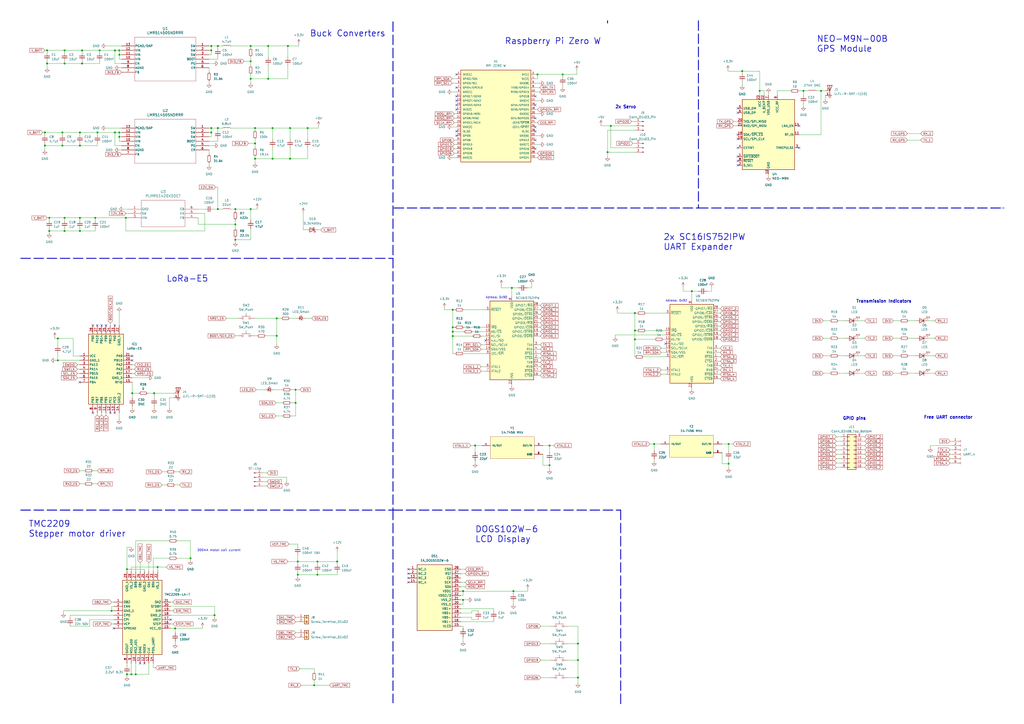
<source format=kicad_sch>
(kicad_sch (version 20230121) (generator eeschema)
  (paper "A2")
  (title_block (title "Tracker PCB") (date "2023-08-12") (rev "0.0") (company "MarekZegarek"))
  (lib_symbols
    (symbol "Connector:Conn_01x03_Pin" (pin_names (offset 1.016) hide)
      (property "Reference" "J" (at 0 5.08 0))
      (property "Value" "Conn_01x03_Pin" (at 0 -5.08 0))
      (symbol "Conn_01x03_Pin_1_1"
        (pin passive line (at 5.08 2.54 180) (length 3.81) (name "Pin_1") (number "1"))
        (pin passive line (at 5.08 0 180) (length 3.81) (name "Pin_2") (number "2"))
        (pin passive line (at 5.08 -2.54 180) (length 3.81) (name "Pin_3") (number "3"))
      )
    )
    (symbol "Connector:Conn_01x04_Pin" (pin_names (offset 1.016) hide)
      (property "Reference" "J" (at 0 5.08 0))
      (property "Value" "Conn_01x04_Pin" (at 0 -7.62 0))
      (symbol "Conn_01x04_Pin_1_1"
        (pin passive line (at 5.08 2.54 180) (length 3.81) (name "Pin_1") (number "1"))
        (pin passive line (at 5.08 0 180) (length 3.81) (name "Pin_2") (number "2"))
        (pin passive line (at 5.08 -2.54 180) (length 3.81) (name "Pin_3") (number "3"))
        (pin passive line (at 5.08 -5.08 180) (length 3.81) (name "Pin_4") (number "4"))
      )
    )
    (symbol "Connector:Conn_01x06_Socket" (pin_names (offset 1.016) hide)
      (property "Reference" "J" (at 0 7.62 0))
      (property "Value" "Conn_01x06_Socket" (at 0 -10.16 0))
      (symbol "Conn_01x06_Socket_1_1"
        (pin passive line (at -5.08 5.08 0) (length 3.81) (name "Pin_1") (number "1"))
        (pin passive line (at -5.08 2.54 0) (length 3.81) (name "Pin_2") (number "2"))
        (pin passive line (at -5.08 0 0) (length 3.81) (name "Pin_3") (number "3"))
        (pin passive line (at -5.08 -2.54 0) (length 3.81) (name "Pin_4") (number "4"))
        (pin passive line (at -5.08 -5.08 0) (length 3.81) (name "Pin_5") (number "5"))
        (pin passive line (at -5.08 -7.62 0) (length 3.81) (name "Pin_6") (number "6"))
      )
    )
    (symbol "Connector:Screw_Terminal_01x02" (pin_names (offset 1.016) hide)
      (property "Reference" "J" (at 0 2.54 0))
      (property "Value" "Screw_Terminal_01x02" (at 0 -5.08 0))
      (symbol "Screw_Terminal_01x02_1_1"
        (pin passive line (at -5.08 0 0) (length 3.81) (name "Pin_1") (number "1"))
        (pin passive line (at -5.08 -2.54 0) (length 3.81) (name "Pin_2") (number "2"))
      )
    )
    (symbol "Connector_Generic:Conn_02x08_Top_Bottom" (pin_names (offset 1.016) hide)
      (property "Reference" "J" (at 1.27 10.16 0))
      (property "Value" "Conn_02x08_Top_Bottom" (at 1.27 -12.7 0))
      (symbol "Conn_02x08_Top_Bottom_1_1"
        (pin passive line (at -5.08 7.62 0) (length 3.81) (name "Pin_1") (number "1"))
        (pin passive line (at 7.62 5.08 180) (length 3.81) (name "Pin_10") (number "10"))
        (pin passive line (at 7.62 2.54 180) (length 3.81) (name "Pin_11") (number "11"))
        (pin passive line (at 7.62 0 180) (length 3.81) (name "Pin_12") (number "12"))
        (pin passive line (at 7.62 -2.54 180) (length 3.81) (name "Pin_13") (number "13"))
        (pin passive line (at 7.62 -5.08 180) (length 3.81) (name "Pin_14") (number "14"))
        (pin passive line (at 7.62 -7.62 180) (length 3.81) (name "Pin_15") (number "15"))
        (pin passive line (at 7.62 -10.16 180) (length 3.81) (name "Pin_16") (number "16"))
        (pin passive line (at -5.08 5.08 0) (length 3.81) (name "Pin_2") (number "2"))
        (pin passive line (at -5.08 2.54 0) (length 3.81) (name "Pin_3") (number "3"))
        (pin passive line (at -5.08 0 0) (length 3.81) (name "Pin_4") (number "4"))
        (pin passive line (at -5.08 -2.54 0) (length 3.81) (name "Pin_5") (number "5"))
        (pin passive line (at -5.08 -5.08 0) (length 3.81) (name "Pin_6") (number "6"))
        (pin passive line (at -5.08 -7.62 0) (length 3.81) (name "Pin_7") (number "7"))
        (pin passive line (at -5.08 -10.16 0) (length 3.81) (name "Pin_8") (number "8"))
        (pin passive line (at 7.62 7.62 180) (length 3.81) (name "Pin_9") (number "9"))
      )
    )
    (symbol "Device:C_Small" (pin_numbers hide) (pin_names (offset 0.254) hide)
      (property "Reference" "C" (at 0.254 1.778 0))
      (property "Value" "C_Small" (at 0.254 -2.032 0))
      (symbol "C_Small_1_1"
        (pin passive line (at 0 2.54 270) (length 2.032) (name "~") (number "1"))
        (pin passive line (at 0 -2.54 90) (length 2.032) (name "~") (number "2"))
      )
    )
    (symbol "Device:D_Schottky" (pin_numbers hide) (pin_names (offset 1.016) hide)
      (property "Reference" "D" (at 0 2.54 0))
      (property "Value" "D_Schottky" (at 0 -2.54 0))
      (symbol "D_Schottky_1_1"
        (pin passive line (at -3.81 0 0) (length 2.54) (name "K") (number "1"))
        (pin passive line (at 3.81 0 180) (length 2.54) (name "A") (number "2"))
      )
    )
    (symbol "Device:LED" (pin_numbers hide) (pin_names (offset 1.016) hide)
      (property "Reference" "D" (at 0 2.54 0))
      (property "Value" "LED" (at 0 -2.54 0))
      (symbol "LED_1_1"
        (pin passive line (at -3.81 0 0) (length 2.54) (name "K") (number "1"))
        (pin passive line (at 3.81 0 180) (length 2.54) (name "A") (number "2"))
      )
    )
    (symbol "Device:LED_Small" (pin_numbers hide) (pin_names (offset 0.254) hide)
      (property "Reference" "D" (at -1.27 3.175 0))
      (property "Value" "LED_Small" (at -4.445 -2.54 0))
      (symbol "LED_Small_1_1"
        (pin passive line (at -2.54 0 0) (length 1.778) (name "K") (number "1"))
        (pin passive line (at 2.54 0 180) (length 1.778) (name "A") (number "2"))
      )
    )
    (symbol "Device:L_Small" (pin_numbers hide) (pin_names (offset 0.254) hide)
      (property "Reference" "L" (at 0.762 1.016 0))
      (property "Value" "L_Small" (at 0.762 -1.016 0))
      (symbol "L_Small_1_1"
        (pin passive line (at 0 2.54 270) (length 0.508) (name "~") (number "1"))
        (pin passive line (at 0 -2.54 90) (length 0.508) (name "~") (number "2"))
      )
    )
    (symbol "Device:R_Small" (pin_numbers hide) (pin_names (offset 0.254) hide)
      (property "Reference" "R" (at 0.762 0.508 0))
      (property "Value" "R_Small" (at 0.762 -1.016 0))
      (symbol "R_Small_1_1"
        (pin passive line (at 0 2.54 270) (length 0.762) (name "~") (number "1"))
        (pin passive line (at 0 -2.54 90) (length 0.762) (name "~") (number "2"))
      )
    )
    (symbol "EA_DOGS102W-6:EA_DOGS102W-6"
      (property "Reference" "DS" (at 26.67 7.62 0))
      (property "Value" "EA_DOGS102W-6" (at 26.67 5.08 0))
      (symbol "EA_DOGS102W-6_1_1"
        (pin passive line (at 0 0 0) (length 5.08) (name "NC_1") (number "1"))
        (pin passive line (at 0 -5.08 0) (length 5.08) (name "NC_3") (number "13"))
        (pin passive line (at 0 -7.62 0) (length 5.08) (name "NC_4") (number "14"))
        (pin passive line (at 30.48 -33.02 180) (length 5.08) (name "VLCD") (number "15"))
        (pin passive line (at 30.48 -30.48 180) (length 5.08) (name "VB1-") (number "16"))
        (pin passive line (at 30.48 -27.94 180) (length 5.08) (name "VB0-") (number "17"))
        (pin passive line (at 30.48 -25.4 180) (length 5.08) (name "VB0+") (number "18"))
        (pin passive line (at 30.48 -22.86 180) (length 5.08) (name "VB1+") (number "19"))
        (pin passive line (at 0 -2.54 0) (length 5.08) (name "NC_2") (number "2"))
        (pin passive line (at 30.48 -20.32 180) (length 5.08) (name "VSS_1") (number "20"))
        (pin passive line (at 30.48 -17.78 180) (length 5.08) (name "VSS_2") (number "21"))
        (pin passive line (at 30.48 -15.24 180) (length 5.08) (name "VDD2/3") (number "22"))
        (pin passive line (at 30.48 -12.7 180) (length 5.08) (name "VDD1") (number "23"))
        (pin passive line (at 30.48 -10.16 180) (length 5.08) (name "SDA") (number "24"))
        (pin passive line (at 30.48 -7.62 180) (length 5.08) (name "SCK") (number "25"))
        (pin passive line (at 30.48 -5.08 180) (length 5.08) (name "CD") (number "26"))
        (pin passive line (at 30.48 -2.54 180) (length 5.08) (name "RST") (number "27"))
        (pin passive line (at 30.48 0 180) (length 5.08) (name "CS0") (number "28"))
      )
    )
    (symbol "ECS-128-13-30B-AEM-TR:ECS-128-13-30B-AEM-TR" (pin_names (offset 1.016))
      (property "Reference" "Y" (at -12.7079 7.6248 0))
      (property "Value" "ECS-128-13-30B-AEM-TR" (at -12.7326 -7.6396 0))
      (symbol "ECS-128-13-30B-AEM-TR_0_0"
        (pin bidirectional line (at -17.78 2.54 0) (length 5.08) (name "IN/OUT") (number "1"))
        (pin power_in line (at 17.78 -2.54 180) (length 5.08) (name "GND") (number "2"))
        (pin bidirectional line (at 17.78 2.54 180) (length 5.08) (name "OUT/IN") (number "3"))
        (pin power_in line (at 17.78 -2.54 180) (length 5.08) (name "GND") (number "4"))
      )
    )
    (symbol "Interface_UART:SC16IS762IPW"
      (property "Reference" "U" (at -11.43 24.13 0))
      (property "Value" "SC16IS762IPW" (at 7.62 24.13 0))
      (symbol "SC16IS762IPW_1_1"
        (pin output line (at 15.24 -7.62 180) (length 2.54) (name "~{RTSA}") (number "1"))
        (pin input line (at -15.24 5.08 0) (length 2.54) (name "A0/~{CS}") (number "10"))
        (pin input line (at -15.24 2.54 0) (length 2.54) (name "A1/SI") (number "11"))
        (pin output line (at -15.24 0 0) (length 2.54) (name "n.c./SO") (number "12"))
        (pin input line (at -15.24 -2.54 0) (length 2.54) (name "SCL/SCLK") (number "13"))
        (pin bidirectional line (at -15.24 -5.08 0) (length 2.54) (name "SDA/VSS") (number "14"))
        (pin open_collector line (at -15.24 7.62 0) (length 2.54) (name "~{IRQ}") (number "15"))
        (pin input line (at 15.24 -20.32 180) (length 2.54) (name "~{CTSB}") (number "16"))
        (pin output line (at 15.24 -17.78 180) (length 2.54) (name "~{RTSB}") (number "17"))
        (pin bidirectional line (at 15.24 2.54 180) (length 2.54) (name "GPIO0/~{DSRB}") (number "18"))
        (pin bidirectional line (at 15.24 5.08 180) (length 2.54) (name "GPIO1/~{DTRB}") (number "19"))
        (pin input line (at 15.24 -10.16 180) (length 2.54) (name "~{CTSA}") (number "2"))
        (pin bidirectional line (at 15.24 7.62 180) (length 2.54) (name "GPIO2/~{CDB}") (number "20"))
        (pin bidirectional line (at 15.24 10.16 180) (length 2.54) (name "GPIO3/~{RIB}") (number "21"))
        (pin power_in line (at 0 -25.4 90) (length 2.54) (name "VSS") (number "22"))
        (pin output line (at 15.24 -12.7 180) (length 2.54) (name "TXB") (number "23"))
        (pin input line (at 15.24 -15.24 180) (length 2.54) (name "RXB") (number "24"))
        (pin bidirectional line (at 15.24 12.7 180) (length 2.54) (name "GPIO4/~{DSRA}") (number "25"))
        (pin bidirectional line (at 15.24 15.24 180) (length 2.54) (name "GPIO5/~{DTRA}") (number "26"))
        (pin bidirectional line (at 15.24 17.78 180) (length 2.54) (name "GPIO6/~{CDA}") (number "27"))
        (pin bidirectional line (at 15.24 20.32 180) (length 2.54) (name "GPIO7/~{RIA}") (number "28"))
        (pin output line (at 15.24 -2.54 180) (length 2.54) (name "TXA") (number "3"))
        (pin input line (at 15.24 -5.08 180) (length 2.54) (name "RXA") (number "4"))
        (pin input line (at -15.24 17.78 0) (length 2.54) (name "~{RESET}") (number "5"))
        (pin input line (at -15.24 -15.24 0) (length 2.54) (name "XTAL1") (number "6"))
        (pin output line (at -15.24 -17.78 0) (length 2.54) (name "XTAL2") (number "7"))
        (pin power_in line (at 0 25.4 270) (length 2.54) (name "VDD") (number "8"))
        (pin input line (at -15.24 -7.62 0) (length 2.54) (name "I2C/~{SPI}") (number "9"))
      )
    )
    (symbol "LMR51420XDDCR:PLMR51420XDDCT" (pin_names (offset 0.254))
      (property "Reference" "U" (at 20.32 10.16 0))
      (property "Value" "PLMR51420XDDCT" (at 20.32 7.62 0))
      (symbol "PLMR51420XDDCT_0_1"
        (pin power_out line (at 0 0 0) (length 7.62) (name "GND") (number "1"))
        (pin power_in line (at 0 -2.54 0) (length 7.62) (name "SW") (number "2"))
        (pin power_in line (at 0 -5.08 0) (length 7.62) (name "VIN") (number "3"))
        (pin unspecified line (at 40.64 -5.08 180) (length 7.62) (name "FB") (number "4"))
        (pin unspecified line (at 40.64 -2.54 180) (length 7.62) (name "EN") (number "5"))
        (pin power_in line (at 40.64 0 180) (length 7.62) (name "CB") (number "6"))
      )
    )
    (symbol "LMR51450FNDRRR:LMR51450FNDRRR" (pin_names (offset 0.254))
      (property "Reference" "U" (at 25.4 10.16 0))
      (property "Value" "LMR51450FNDRRR" (at 25.4 7.62 0))
      (symbol "LMR51450FNDRRR_0_1"
        (pin unspecified line (at 0 0 0) (length 7.62) (name "SW") (number "1"))
        (pin unspecified line (at 50.8 -7.62 180) (length 7.62) (name "VIN") (number "10"))
        (pin unspecified line (at 50.8 -5.08 180) (length 7.62) (name "VIN") (number "11"))
        (pin unspecified line (at 50.8 -2.54 180) (length 7.62) (name "VIN") (number "12"))
        (pin power_out line (at 50.8 0 180) (length 7.62) (name "PGND/DAP") (number "13"))
        (pin unspecified line (at 0 -2.54 0) (length 7.62) (name "SW") (number "2"))
        (pin unspecified line (at 0 -5.08 0) (length 7.62) (name "SW") (number "3"))
        (pin unspecified line (at 0 -7.62 0) (length 7.62) (name "BOOT") (number "4"))
        (pin unspecified line (at 0 -10.16 0) (length 7.62) (name "PG") (number "5"))
        (pin unspecified line (at 0 -12.7 0) (length 7.62) (name "ER") (number "6"))
        (pin unspecified line (at 50.8 -15.24 180) (length 7.62) (name "FB") (number "7"))
        (pin power_out line (at 50.8 -12.7 180) (length 7.62) (name "AGND") (number "8"))
        (pin unspecified line (at 50.8 -10.16 180) (length 7.62) (name "EN") (number "9"))
      )
    )
    (symbol "LoRa-E5:LoRa-E5"
      (property "Reference" "IC" (at 26.67 17.78 0))
      (property "Value" "LoRa-E5" (at 26.67 15.24 0))
      (symbol "LoRa-E5_1_1"
        (pin passive line (at 0 0 0) (length 5.08) (name "VCC") (number "1"))
        (pin passive line (at 12.7 -33.02 90) (length 5.08) (name "PB6") (number "10"))
        (pin passive line (at 15.24 -33.02 90) (length 5.08) (name "PB5") (number "11"))
        (pin passive line (at 17.78 -33.02 90) (length 5.08) (name "PC1") (number "12"))
        (pin passive line (at 20.32 -33.02 90) (length 5.08) (name "PC0") (number "13"))
        (pin passive line (at 22.86 -33.02 90) (length 5.08) (name "GND_2") (number "14"))
        (pin passive line (at 30.48 -15.24 180) (length 5.08) (name "RFIO") (number "15"))
        (pin passive line (at 30.48 -12.7 180) (length 5.08) (name "GND_3") (number "16"))
        (pin passive line (at 30.48 -10.16 180) (length 5.08) (name "RST") (number "17"))
        (pin passive line (at 30.48 -7.62 180) (length 5.08) (name "PA3") (number "18"))
        (pin passive line (at 30.48 -5.08 180) (length 5.08) (name "PA2") (number "19"))
        (pin passive line (at 0 -2.54 0) (length 5.08) (name "GND_1") (number "2"))
        (pin passive line (at 30.48 -2.54 180) (length 5.08) (name "PB10") (number "20"))
        (pin passive line (at 30.48 0 180) (length 5.08) (name "PA9") (number "21"))
        (pin passive line (at 22.86 17.78 270) (length 5.08) (name "GND_4") (number "22"))
        (pin passive line (at 20.32 17.78 270) (length 5.08) (name "PA0") (number "23"))
        (pin passive line (at 17.78 17.78 270) (length 5.08) (name "PB13") (number "24"))
        (pin passive line (at 15.24 17.78 270) (length 5.08) (name "PB9") (number "25"))
        (pin passive line (at 12.7 17.78 270) (length 5.08) (name "PB14") (number "26"))
        (pin passive line (at 10.16 17.78 270) (length 5.08) (name "PA10") (number "27"))
        (pin passive line (at 7.62 17.78 270) (length 5.08) (name "PB0") (number "28"))
        (pin passive line (at 0 -5.08 0) (length 5.08) (name "PA13") (number "3"))
        (pin passive line (at 0 -7.62 0) (length 5.08) (name "PA14") (number "4"))
        (pin passive line (at 0 -10.16 0) (length 5.08) (name "PB15") (number "5"))
        (pin passive line (at 0 -12.7 0) (length 5.08) (name "PA15") (number "6"))
        (pin passive line (at 0 -15.24 0) (length 5.08) (name "PB4") (number "7"))
        (pin passive line (at 7.62 -33.02 90) (length 5.08) (name "PB3") (number "8"))
        (pin passive line (at 10.16 -33.02 90) (length 5.08) (name "PB7") (number "9"))
      )
    )
    (symbol "RF_GPS:NEO-M9N"
      (property "Reference" "U" (at -13.97 21.59 0))
      (property "Value" "NEO-M9N" (at 11.43 21.59 0))
      (symbol "NEO-M9N_1_1"
        (pin input line (at -17.78 -12.7 0) (length 2.54) (name "~{SAFEBOOT}") (number "1"))
        (pin power_in line (at 0 -22.86 90) (length 2.54) (name "GND") (number "10"))
        (pin input line (at 17.78 0 180) (length 2.54) (name "RF_IN") (number "11"))
        (pin passive line (at 0 -22.86 90) (length 2.54) hide (name "GND") (number "12"))
        (pin passive line (at 0 -22.86 90) (length 2.54) hide (name "GND") (number "13"))
        (pin output line (at 17.78 5.08 180) (length 2.54) (name "LNA_EN") (number "14"))
        (pin no_connect line (at 15.24 -10.16 180) (length 2.54) hide (name "RESERVED") (number "15"))
        (pin no_connect line (at 15.24 -12.7 180) (length 2.54) hide (name "RESERVED") (number "16"))
        (pin no_connect line (at 15.24 -15.24 180) (length 2.54) hide (name "RESERVED") (number "17"))
        (pin bidirectional line (at -17.78 0 0) (length 2.54) (name "SDA/~{SPI_CS}") (number "18"))
        (pin input line (at -17.78 -2.54 0) (length 2.54) (name "SCL/SPI_CLK") (number "19"))
        (pin input line (at -17.78 -17.78 0) (length 2.54) (name "D_SEL") (number "2"))
        (pin output line (at -17.78 7.62 0) (length 2.54) (name "TXD/SPI_MISO") (number "20"))
        (pin input line (at -17.78 5.08 0) (length 2.54) (name "RXD/SPI_MOSI") (number "21"))
        (pin power_in line (at -2.54 22.86 270) (length 2.54) (name "V_BCKP") (number "22"))
        (pin power_in line (at -5.08 22.86 270) (length 2.54) (name "VCC") (number "23"))
        (pin passive line (at 0 -22.86 90) (length 2.54) hide (name "GND") (number "24"))
        (pin output line (at 17.78 -7.62 180) (length 2.54) (name "TIMEPULSE") (number "3"))
        (pin input line (at -17.78 -7.62 0) (length 2.54) (name "EXTINT") (number "4"))
        (pin bidirectional line (at -17.78 15.24 0) (length 2.54) (name "USB_DM") (number "5"))
        (pin bidirectional line (at -17.78 12.7 0) (length 2.54) (name "USB_DP") (number "6"))
        (pin power_in line (at 0 22.86 270) (length 2.54) (name "VDD_USB") (number "7"))
        (pin input line (at -17.78 -15.24 0) (length 2.54) (name "~{RESET}") (number "8"))
        (pin power_out line (at 5.08 22.86 270) (length 2.54) (name "VCC_RF") (number "9"))
      )
    )
    (symbol "RPI ZERO W:ADA3708" (pin_names (offset 1.016))
      (property "Reference" "A" (at -20.34 26.6962 0))
      (property "Value" "ADA3708" (at -20.3391 -30.5087 0))
      (symbol "ADA3708_0_0"
        (pin power_in line (at -22.86 22.86 0) (length 2.54) (name "3V3[1]") (number "1"))
        (pin bidirectional line (at 22.86 12.7 180) (length 2.54) (name "RXD0/GPIO15") (number "10"))
        (pin bidirectional line (at -22.86 10.16 0) (length 2.54) (name "GPIO17/GEN0") (number "11"))
        (pin bidirectional line (at 22.86 10.16 180) (length 2.54) (name "GPIO18") (number "12"))
        (pin bidirectional line (at -22.86 7.62 0) (length 2.54) (name "GPIO27/GEN2") (number "13"))
        (pin power_in line (at 22.86 7.62 180) (length 2.54) (name "GND[4]") (number "14"))
        (pin bidirectional line (at -22.86 5.08 0) (length 2.54) (name "GPIO22/GEN3") (number "15"))
        (pin bidirectional line (at 22.86 5.08 180) (length 2.54) (name "GEN4/GPIO23") (number "16"))
        (pin power_in line (at -22.86 2.54 0) (length 2.54) (name "3V3[2]") (number "17"))
        (pin bidirectional line (at 22.86 2.54 180) (length 2.54) (name "GEN5/GPIO24") (number "18"))
        (pin bidirectional line (at -22.86 0 0) (length 2.54) (name "GPIO10/MOSI") (number "19"))
        (pin power_in line (at 22.86 22.86 180) (length 2.54) (name "5V[1]") (number "2"))
        (pin power_in line (at 22.86 0 180) (length 2.54) (name "GND[5]") (number "20"))
        (pin bidirectional line (at -22.86 -2.54 0) (length 2.54) (name "GPIO9/MISO") (number "21"))
        (pin bidirectional line (at 22.86 -2.54 180) (length 2.54) (name "GEN/6GPIO25") (number "22"))
        (pin bidirectional line (at -22.86 -5.08 0) (length 2.54) (name "GPIO11/SCLK") (number "23"))
        (pin bidirectional line (at 22.86 -5.08 180) (length 2.54) (name "~{CE0~{/GPIO8}") (number "24"))
        (pin power_in line (at -22.86 -7.62 0) (length 2.54) (name "GND[2]") (number "25"))
        (pin bidirectional line (at 22.86 -7.62 180) (length 2.54) (name "~{CE1/~{GPIO7}") (number "26"))
        (pin bidirectional line (at -22.86 -10.16 0) (length 2.54) (name "ID_SD") (number "27"))
        (pin bidirectional line (at 22.86 -10.16 180) (length 2.54) (name "ID_SC") (number "28"))
        (pin bidirectional line (at -22.86 -12.7 0) (length 2.54) (name "GPIO5") (number "29"))
        (pin bidirectional line (at -22.86 20.32 0) (length 2.54) (name "GPIO2/SDA") (number "3"))
        (pin power_in line (at 22.86 -12.7 180) (length 2.54) (name "GND[6]") (number "30"))
        (pin bidirectional line (at -22.86 -15.24 0) (length 2.54) (name "GPIO6") (number "31"))
        (pin bidirectional line (at 22.86 -15.24 180) (length 2.54) (name "GPIO12") (number "32"))
        (pin bidirectional line (at -22.86 -17.78 0) (length 2.54) (name "GPIO13") (number "33"))
        (pin power_in line (at 22.86 -17.78 180) (length 2.54) (name "GND[7]") (number "34"))
        (pin bidirectional line (at -22.86 -20.32 0) (length 2.54) (name "GPIO19") (number "35"))
        (pin bidirectional line (at 22.86 -20.32 180) (length 2.54) (name "GPIO16") (number "36"))
        (pin bidirectional line (at -22.86 -22.86 0) (length 2.54) (name "GPIO26") (number "37"))
        (pin bidirectional line (at 22.86 -22.86 180) (length 2.54) (name "GPIO20") (number "38"))
        (pin power_in line (at -22.86 -25.4 0) (length 2.54) (name "GND[3]") (number "39"))
        (pin power_in line (at 22.86 20.32 180) (length 2.54) (name "5V[2]") (number "4"))
        (pin bidirectional line (at 22.86 -25.4 180) (length 2.54) (name "GPIO21") (number "40"))
        (pin bidirectional line (at -22.86 17.78 0) (length 2.54) (name "GPIO3/SCL") (number "5"))
        (pin power_in line (at 22.86 17.78 180) (length 2.54) (name "GND[8]") (number "6"))
        (pin bidirectional line (at -22.86 15.24 0) (length 2.54) (name "GPIO4/GPCKL0") (number "7"))
        (pin bidirectional line (at 22.86 15.24 180) (length 2.54) (name "TXD0/GPIO14") (number "8"))
        (pin power_in line (at -22.86 12.7 0) (length 2.54) (name "GND[1]") (number "9"))
      )
    )
    (symbol "Switch:SW_Push" (pin_numbers hide) (pin_names (offset 1.016) hide)
      (property "Reference" "SW" (at 1.27 2.54 0))
      (property "Value" "SW_Push" (at 0 -1.524 0))
      (symbol "SW_Push_0_1"
        (pin passive line (at -5.08 0 0) (length 2.54) (name "1") (number "1"))
        (pin passive line (at 5.08 0 180) (length 2.54) (name "2") (number "2"))
      )
    )
    (symbol "TMC2209-LA-T:TMC2209-LA-T"
      (property "Reference" "IC" (at 29.21 17.78 0))
      (property "Value" "TMC2209-LA-T" (at 29.21 15.24 0))
      (symbol "TMC2209-LA-T_1_1"
        (pin passive line (at 0 0 0) (length 5.08) (name "OB2") (number "1"))
        (pin passive line (at 12.7 -35.56 90) (length 5.08) (name "MS2_AD1") (number "10"))
        (pin passive line (at 15.24 -35.56 90) (length 5.08) (name "DIAG") (number "11"))
        (pin passive line (at 17.78 -35.56 90) (length 5.08) (name "INDEX") (number "12"))
        (pin passive line (at 20.32 -35.56 90) (length 5.08) (name "CLK") (number "13"))
        (pin passive line (at 22.86 -35.56 90) (length 5.08) (name "PDN_UART") (number "14"))
        (pin passive line (at 33.02 -15.24 180) (length 5.08) (name "VCC_IO") (number "15"))
        (pin passive line (at 33.02 -12.7 180) (length 5.08) (name "STEP") (number "16"))
        (pin passive line (at 33.02 -10.16 180) (length 5.08) (name "VREF") (number "17"))
        (pin passive line (at 33.02 -7.62 180) (length 5.08) (name "GND_2") (number "18"))
        (pin passive line (at 33.02 -5.08 180) (length 5.08) (name "DIR") (number "19"))
        (pin passive line (at 0 -2.54 0) (length 5.08) (name "ENN") (number "2"))
        (pin passive line (at 33.02 -2.54 180) (length 5.08) (name "STDBY") (number "20"))
        (pin passive line (at 33.02 0 180) (length 5.08) (name "OA2") (number "21"))
        (pin passive line (at 25.4 17.78 270) (length 5.08) (name "VS_1") (number "22"))
        (pin passive line (at 22.86 17.78 270) (length 5.08) (name "BRA") (number "23"))
        (pin passive line (at 20.32 17.78 270) (length 5.08) (name "OA1") (number "24"))
        (pin passive line (at 17.78 17.78 270) (length 5.08) (name "GND_3") (number "25"))
        (pin passive line (at 15.24 17.78 270) (length 5.08) (name "OB1") (number "26"))
        (pin passive line (at 12.7 17.78 270) (length 5.08) (name "BRB") (number "27"))
        (pin passive line (at 10.16 17.78 270) (length 5.08) (name "VS_2") (number "28"))
        (pin passive line (at 7.62 17.78 270) (length 5.08) (name "GND_4") (number "29"))
        (pin passive line (at 0 -5.08 0) (length 5.08) (name "GND_1") (number "3"))
        (pin passive line (at 0 -7.62 0) (length 5.08) (name "CPO") (number "4"))
        (pin passive line (at 0 -10.16 0) (length 5.08) (name "CPI") (number "5"))
        (pin passive line (at 0 -12.7 0) (length 5.08) (name "VCP") (number "6"))
        (pin passive line (at 0 -15.24 0) (length 5.08) (name "SPREAD") (number "7"))
        (pin passive line (at 7.62 -35.56 90) (length 5.08) (name "5VOUT") (number "8"))
        (pin passive line (at 10.16 -35.56 90) (length 5.08) (name "MS1_AD0") (number "9"))
      )
    )
    (symbol "U.FL-R-SMT-1_10:U.FL-R-SMT-1(10)" (pin_names (offset 1.016))
      (property "Reference" "J" (at -2.5406 5.0869 0))
      (property "Value" "U.FL-R-SMT-1(10)" (at -2.6677 -7.6346 0))
      (symbol "U.FL-R-SMT-1(10)_0_0"
        (pin passive line (at -2.54 -2.54 0) (length 2.54) (name "~") (number "1"))
        (pin passive line (at -2.54 0 0) (length 2.54) (name "~") (number "2"))
        (pin passive line (at -2.54 -2.54 0) (length 2.54) (name "~") (number "3"))
      )
    )
    (symbol "power:+12V" (power) (pin_names (offset 0))
      (property "Value" "+12V" (at 0 3.556 0))
      (symbol "+12V_1_1"
        (pin power_in line (at 0 0 90) (length 0) hide (name "+12V") (number "1"))
      )
    )
    (symbol "power:+24V" (power) (pin_names (offset 0))
      (property "Value" "+24V" (at 0 3.556 0))
      (symbol "+24V_1_1"
        (pin power_in line (at 0 0 90) (length 0) hide (name "+24V") (number "1"))
      )
    )
    (symbol "power:+3.3V" (power) (pin_names (offset 0))
      (property "Value" "+3.3V" (at 0 3.556 0))
      (symbol "+3.3V_1_1"
        (pin power_in line (at 0 0 90) (length 0) hide (name "+3.3V") (number "1"))
      )
    )
    (symbol "power:+5V" (power) (pin_names (offset 0))
      (property "Value" "+5V" (at 0 3.556 0))
      (symbol "+5V_1_1"
        (pin power_in line (at 0 0 90) (length 0) hide (name "+5V") (number "1"))
      )
    )
    (symbol "power:GND" (power) (pin_names (offset 0))
      (property "Value" "GND" (at 0 -3.81 0))
      (symbol "GND_1_1"
        (pin power_in line (at 0 0 270) (length 0) hide (name "GND") (number "1"))
      )
    )
  )
  (junction (at 66.675 29.21))
  (junction (at 466.09 52.705))
  (junction (at 55.245 126.365))
  (junction (at 268.605 347.98))
  (junction (at 56.515 76.835))
  (junction (at 171.45 233.68))
  (junction (at 335.28 382.905))
  (junction (at 268.605 342.9))
  (junction (at 326.39 43.18))
  (junction (at 158.115 74.295))
  (junction (at 262.636 192.405))
  (junction (at 37.465 133.985))
  (junction (at 275.59 258.445))
  (junction (at 160.528 194.818))
  (junction (at 37.465 126.365))
  (junction (at 28.575 126.365))
  (junction (at 69.215 31.75))
  (junction (at 26.035 84.455))
  (junction (at 262.636 179.705))
  (junction (at 145.415 121.285))
  (junction (at 136.525 121.285))
  (junction (at 379.476 257.556))
  (junction (at 122.555 29.21))
  (junction (at 318.77 258.445))
  (junction (at 172.72 333.375))
  (junction (at 136.525 130.175))
  (junction (at 158.115 92.075))
  (junction (at 352.425 88.265))
  (junction (at 422.656 268.986))
  (junction (at 184.15 325.755))
  (junction (at 73.66 391.16))
  (junction (at 430.53 41.275))
  (junction (at 262.636 194.945))
  (junction (at 46.355 76.835))
  (junction (at 37.465 36.83))
  (junction (at 28.575 133.985))
  (junction (at 124.46 356.87))
  (junction (at 172.72 325.755))
  (junction (at 195.58 325.755))
  (junction (at 101.6 364.49))
  (junction (at 155.575 45.72))
  (junction (at 168.275 92.075))
  (junction (at 262.636 189.865))
  (junction (at 126.365 26.67))
  (junction (at 46.355 133.985))
  (junction (at 73.025 126.365))
  (junction (at 311.785 43.18))
  (junction (at 171.45 226.06))
  (junction (at 122.555 74.295))
  (junction (at 296.926 167.005))
  (junction (at 110.49 323.85))
  (junction (at 36.195 84.455))
  (junction (at 76.708 228.092))
  (junction (at 47.625 36.83))
  (junction (at 122.555 76.835))
  (junction (at 145.415 45.72))
  (junction (at 73.66 330.2))
  (junction (at 47.625 29.21))
  (junction (at 46.355 126.365))
  (junction (at 335.28 373.38))
  (junction (at 440.69 52.705))
  (junction (at 91.44 328.93))
  (junction (at 69.215 29.21))
  (junction (at 160.528 184.658))
  (junction (at 66.675 76.835))
  (junction (at 422.656 257.556))
  (junction (at 368.3 181.61))
  (junction (at 36.195 76.835))
  (junction (at 136.525 139.065))
  (junction (at 64.77 354.33))
  (junction (at 318.77 269.875))
  (junction (at 46.355 84.455))
  (junction (at 27.305 29.21))
  (junction (at 69.215 79.375))
  (junction (at 126.365 121.285))
  (junction (at 368.3 191.77))
  (junction (at 89.408 228.092))
  (junction (at 182.245 397.51))
  (junction (at 368.3 196.85))
  (junction (at 184.15 333.375))
  (junction (at 354.33 73.025))
  (junction (at 168.275 74.295))
  (junction (at 37.465 29.21))
  (junction (at 78.74 391.16))
  (junction (at 147.955 74.295))
  (junction (at 27.305 36.83))
  (junction (at 122.555 26.67))
  (junction (at 147.955 83.185))
  (junction (at 297.815 342.9))
  (junction (at 155.575 26.67))
  (junction (at 76.2 391.16))
  (junction (at 145.415 26.67))
  (junction (at 57.785 29.21))
  (junction (at 147.955 92.075))
  (junction (at 33.528 209.042))
  (junction (at 69.215 76.835))
  (junction (at 26.035 76.835))
  (junction (at 401.32 168.91))
  (junction (at 33.528 196.342))
  (junction (at 476.25 52.705))
  (junction (at 335.28 393.065))
  (junction (at 145.415 35.56))
  (junction (at 126.365 74.295))
  (junction (at 167.005 26.67))
  (junction (at 178.435 74.295))
  (no_connect (at 236.855 335.28))
  (no_connect (at 236.855 337.82))
  (no_connect (at 264.795 60.96))
  (no_connect (at 264.795 58.42))
  (no_connect (at 76.708 209.042))
  (no_connect (at 310.515 86.36))
  (no_connect (at 427.99 93.345))
  (no_connect (at 310.515 55.88))
  (no_connect (at 76.708 206.502))
  (no_connect (at 264.795 63.5))
  (no_connect (at 463.55 85.725))
  (no_connect (at 64.008 239.522))
  (no_connect (at 61.468 188.722))
  (no_connect (at 310.515 76.2))
  (no_connect (at 264.795 55.88))
  (no_connect (at 66.548 239.522))
  (no_connect (at 236.855 332.74))
  (no_connect (at 427.99 90.805))
  (no_connect (at 427.99 85.725))
  (no_connect (at 53.848 188.722))
  (no_connect (at 66.548 188.722))
  (no_connect (at 81.28 384.81))
  (no_connect (at 427.99 65.405))
  (no_connect (at 99.06 359.41))
  (no_connect (at 310.515 81.28))
  (no_connect (at 66.04 364.49))
  (no_connect (at 264.795 78.74))
  (no_connect (at 427.99 78.105))
  (no_connect (at 427.99 95.885))
  (no_connect (at 281.686 197.485))
  (no_connect (at 46.228 221.742))
  (no_connect (at 310.515 68.58))
  (no_connect (at 427.99 62.865))
  (no_connect (at 236.855 330.2))
  (no_connect (at 463.55 73.025))
  (no_connect (at 56.388 188.722))
  (no_connect (at 264.795 50.8))
  (no_connect (at 264.795 76.2))
  (no_connect (at 427.99 80.645))
  (no_connect (at 83.82 384.81))
  (no_connect (at 310.515 73.66))
  (no_connect (at 310.515 60.96))
  (no_connect (at 58.928 188.722))
  (no_connect (at 53.848 239.522))
  (no_connect (at 386.08 199.39))
  (no_connect (at 264.795 43.18))
  (wire (pts (xy 313.69 363.22) (xy 319.405 363.22)))
  (wire (pts (xy 114.935 130.175) (xy 114.935 126.365)))
  (wire (pts (xy 267.335 342.9) (xy 268.605 342.9)))
  (wire (pts (xy 114.935 123.825) (xy 118.745 123.825)))
  (wire (pts (xy 160.528 184.658) (xy 163.068 184.658)))
  (wire (pts (xy 172.72 334.645) (xy 172.72 333.375)))
  (wire (pts (xy 171.45 358.14) (xy 172.72 358.14)))
  (wire (pts (xy 311.785 45.72) (xy 311.785 43.18)))
  (wire (pts (xy 121.285 86.995) (xy 121.285 89.535)))
  (wire (pts (xy 416.56 196.85) (xy 417.83 196.85)))
  (wire (pts (xy 312.166 205.105) (xy 313.436 205.105)))
  (wire (pts (xy 99.06 364.49) (xy 101.6 364.49)))
  (wire (pts (xy 64.77 354.33) (xy 66.04 354.33)))
  (wire (pts (xy 158.115 74.295) (xy 168.275 74.295)))
  (wire (pts (xy 171.45 367.03) (xy 172.72 367.03)))
  (wire (pts (xy 172.72 321.945) (xy 172.72 325.755)))
  (wire (pts (xy 195.58 319.786) (xy 195.58 325.755)))
  (wire (pts (xy 273.685 358.14) (xy 273.685 359.41)))
  (wire (pts (xy 416.56 191.77) (xy 417.83 191.77)))
  (wire (pts (xy 118.745 133.985) (xy 73.025 133.985)))
  (wire (pts (xy 57.785 36.83) (xy 47.625 36.83)))
  (wire (pts (xy 500.38 263.525) (xy 501.65 263.525)))
  (wire (pts (xy 314.96 258.445) (xy 318.77 258.445)))
  (wire (pts (xy 37.465 132.715) (xy 37.465 133.985)))
  (wire (pts (xy 396.24 168.91) (xy 401.32 168.91)))
  (wire (pts (xy 76.708 221.742) (xy 76.708 228.092)))
  (wire (pts (xy 422.656 257.556) (xy 422.656 261.366)))
  (wire (pts (xy 262.636 192.405) (xy 268.986 192.405)))
  (wire (pts (xy 312.166 177.165) (xy 313.436 177.165)))
  (wire (pts (xy 47.625 29.21) (xy 47.625 30.48)))
  (wire (pts (xy 70.485 29.21) (xy 69.215 29.21)))
  (wire (pts (xy 477.52 196.215) (xy 481.33 196.215)))
  (wire (pts (xy 70.485 36.83) (xy 66.675 36.83)))
  (wire (pts (xy 40.64 356.87) (xy 66.04 356.87)))
  (wire (pts (xy 168.148 184.658) (xy 171.958 184.658)))
  (wire (pts (xy 152.4 279.4) (xy 154.94 279.4)))
  (wire (pts (xy 268.605 350.52) (xy 268.605 347.98)))
  (wire (pts (xy 73.025 123.825) (xy 74.295 123.825)))
  (wire (pts (xy 55.245 126.365) (xy 55.245 127.635)))
  (wire (pts (xy 99.06 354.33) (xy 100.33 354.33)))
  (wire (pts (xy 335.28 382.905) (xy 335.28 373.38)))
  (wire (pts (xy 114.935 130.175) (xy 136.525 130.175)))
  (wire (pts (xy 326.39 43.18) (xy 334.645 43.18)))
  (wire (pts (xy 47.625 29.21) (xy 57.785 29.21)))
  (wire (pts (xy 76.708 228.092) (xy 80.518 228.092)))
  (wire (pts (xy 273.05 258.445) (xy 275.59 258.445)))
  (wire (pts (xy 57.785 29.21) (xy 57.785 30.48)))
  (wire (pts (xy 277.495 354.33) (xy 273.685 354.33)))
  (wire (pts (xy 145.415 43.18) (xy 145.415 45.72)))
  (wire (pts (xy 312.166 194.945) (xy 313.436 194.945)))
  (wire (pts (xy 500.38 266.065) (xy 501.65 266.065)))
  (wire (pts (xy 37.465 29.21) (xy 47.625 29.21)))
  (wire (pts (xy 262.636 194.945) (xy 274.066 194.945)))
  (wire (pts (xy 56.388 239.522) (xy 56.388 240.792)))
  (wire (pts (xy 53.975 273.05) (xy 56.515 273.05)))
  (wire (pts (xy 383.54 217.17) (xy 386.08 217.17)))
  (wire (pts (xy 26.035 83.185) (xy 26.035 84.455)))
  (wire (pts (xy 149.098 194.818) (xy 147.828 194.818)))
  (wire (pts (xy 126.365 74.295) (xy 126.365 75.565)))
  (wire (pts (xy 401.32 168.91) (xy 405.13 168.91)))
  (wire (pts (xy 416.56 219.71) (xy 417.83 219.71)))
  (wire (pts (xy 171.45 369.57) (xy 172.72 369.57)))
  (wire (pts (xy 42.418 206.502) (xy 46.228 206.502)))
  (wire (pts (xy 121.285 94.615) (xy 121.285 95.885)))
  (wire (pts (xy 422.656 268.986) (xy 422.656 271.526)))
  (wire (pts (xy 69.215 76.835) (xy 66.675 76.835)))
  (polyline (pts (xy 580.644 120.65) (xy 582.295 120.65)))
  (wire (pts (xy 368.3 85.725) (xy 354.33 85.725)))
  (wire (pts (xy 145.415 139.065) (xy 136.525 139.065)))
  (wire (pts (xy 37.465 36.83) (xy 47.625 36.83)))
  (wire (pts (xy 145.415 121.285) (xy 145.415 127.635)))
  (wire (pts (xy 171.45 233.68) (xy 171.45 226.06)))
  (wire (pts (xy 147.955 74.295) (xy 147.955 75.565)))
  (wire (pts (xy 440.69 41.275) (xy 440.69 52.705)))
  (wire (pts (xy 124.46 356.87) (xy 124.46 358.14)))
  (wire (pts (xy 26.035 84.455) (xy 36.195 84.455)))
  (wire (pts (xy 66.675 29.21) (xy 66.675 36.83)))
  (wire (pts (xy 76.708 228.092) (xy 76.708 230.632)))
  (wire (pts (xy 310.515 71.12) (xy 311.785 71.12)))
  (wire (pts (xy 126.365 74.295) (xy 128.905 74.295)))
  (wire (pts (xy 167.64 315.595) (xy 172.72 315.595)))
  (wire (pts (xy 310.515 91.44) (xy 311.785 91.44)))
  (wire (pts (xy 539.623 258.445) (xy 552.323 258.445)))
  (wire (pts (xy 267.335 337.82) (xy 269.875 337.82)))
  (wire (pts (xy 78.74 391.16) (xy 76.2 391.16)))
  (wire (pts (xy 110.49 313.69) (xy 110.49 323.85)))
  (wire (pts (xy 486.41 186.055) (xy 490.22 186.055)))
  (wire (pts (xy 416.56 212.09) (xy 417.83 212.09)))
  (wire (pts (xy 91.44 328.93) (xy 96.52 328.93)))
  (wire (pts (xy 101.6 364.49) (xy 101.6 367.03)))
  (polyline (pts (xy 227.965 295.91) (xy 227.965 407.67)) (stroke (width 0.508) (type dash)))
  (wire (pts (xy 477.52 206.375) (xy 481.33 206.375)))
  (wire (pts (xy 32.258 209.042) (xy 33.528 209.042)))
  (wire (pts (xy 99.06 356.87) (xy 124.46 356.87)))
  (wire (pts (xy 527.05 216.535) (xy 530.86 216.535)))
  (wire (pts (xy 296.926 167.005) (xy 300.736 167.005)))
  (wire (pts (xy 354.33 73.025) (xy 368.3 73.025)))
  (wire (pts (xy 312.166 184.785) (xy 313.436 184.785)))
  (wire (pts (xy 27.305 29.21) (xy 27.305 30.48)))
  (wire (pts (xy 487.68 263.525) (xy 485.14 263.525)))
  (wire (pts (xy 33.528 205.232) (xy 33.528 209.042)))
  (wire (pts (xy 379.73 196.85) (xy 368.3 196.85)))
  (wire (pts (xy 136.525 137.795) (xy 136.525 139.065)))
  (wire (pts (xy 33.528 196.342) (xy 42.418 196.342)))
  (wire (pts (xy 527.05 206.375) (xy 530.86 206.375)))
  (wire (pts (xy 102.87 313.69) (xy 110.49 313.69)))
  (wire (pts (xy 26.035 86.995) (xy 26.035 84.455)))
  (wire (pts (xy 374.65 191.77) (xy 386.08 191.77)))
  (wire (pts (xy 99.06 349.25) (xy 100.33 349.25)))
  (wire (pts (xy 312.166 200.025) (xy 313.436 200.025)))
  (wire (pts (xy 110.49 323.85) (xy 110.49 325.12)))
  (wire (pts (xy 173.99 387.985) (xy 182.245 387.985)))
  (wire (pts (xy 279.146 215.265) (xy 281.686 215.265)))
  (wire (pts (xy 155.575 33.02) (xy 155.575 26.67)))
  (wire (pts (xy 136.525 139.065) (xy 136.525 140.335)))
  (wire (pts (xy 28.575 127.635) (xy 28.575 126.365)))
  (wire (pts (xy 64.77 351.79) (xy 64.77 354.33)))
  (wire (pts (xy 145.415 45.72) (xy 155.575 45.72)))
  (wire (pts (xy 195.58 325.755) (xy 184.15 325.755)))
  (wire (pts (xy 335.28 396.24) (xy 335.28 393.065)))
  (wire (pts (xy 379.476 257.556) (xy 383.286 257.556)))
  (wire (pts (xy 175.895 133.35) (xy 177.165 133.35)))
  (wire (pts (xy 310.515 50.8) (xy 313.055 50.8)))
  (wire (pts (xy 195.58 332.105) (xy 195.58 333.375)))
  (wire (pts (xy 37.465 126.365) (xy 37.465 127.635)))
  (polyline (pts (xy 228.6 120.65) (xy 405.13 120.65)) (stroke (width 0.508) (type dash)))
  (wire (pts (xy 66.04 351.79) (xy 64.77 351.79)))
  (wire (pts (xy 386.08 194.31) (xy 356.87 194.31)))
  (wire (pts (xy 86.36 391.16) (xy 78.74 391.16)))
  (wire (pts (xy 69.215 39.37) (xy 70.485 39.37)))
  (wire (pts (xy 46.355 76.835) (xy 46.355 78.105)))
  (wire (pts (xy 70.485 34.29) (xy 69.215 34.29)))
  (wire (pts (xy 145.415 45.72) (xy 145.415 48.26)))
  (wire (pts (xy 296.926 222.885) (xy 296.926 224.155)))
  (wire (pts (xy 76.708 214.122) (xy 77.978 214.122)))
  (wire (pts (xy 28.575 133.985) (xy 37.465 133.985)))
  (wire (pts (xy 93.98 273.685) (xy 96.52 273.685)))
  (wire (pts (xy 73.025 133.985) (xy 73.025 126.365)))
  (wire (pts (xy 27.305 29.21) (xy 37.465 29.21)))
  (wire (pts (xy 383.54 204.47) (xy 386.08 204.47)))
  (wire (pts (xy 487.68 268.605) (xy 485.14 268.605)))
  (wire (pts (xy 313.69 382.905) (xy 319.405 382.905)))
  (wire (pts (xy 312.166 215.265) (xy 313.436 215.265)))
  (wire (pts (xy 69.215 29.21) (xy 66.675 29.21)))
  (wire (pts (xy 121.285 79.375) (xy 122.555 79.375)))
  (wire (pts (xy 56.515 76.835) (xy 56.515 78.105)))
  (wire (pts (xy 195.58 327.025) (xy 195.58 325.755)))
  (wire (pts (xy 78.74 331.47) (xy 78.74 313.69)))
  (wire (pts (xy 318.77 269.875) (xy 318.77 272.415)))
  (wire (pts (xy 76.708 219.202) (xy 85.598 219.202)))
  (wire (pts (xy 173.355 25.4) (xy 173.355 26.67)))
  (wire (pts (xy 263.525 88.9) (xy 264.795 88.9)))
  (wire (pts (xy 66.675 76.835) (xy 66.675 84.455)))
  (wire (pts (xy 131.318 184.658) (xy 137.668 184.658)))
  (wire (pts (xy 121.285 31.75) (xy 122.555 31.75)))
  (wire (pts (xy 412.75 166.37) (xy 412.75 168.91)))
  (wire (pts (xy 168.275 80.645) (xy 168.275 74.295)))
  (wire (pts (xy 172.72 332.105) (xy 172.72 333.375)))
  (wire (pts (xy 70.485 26.67) (xy 61.595 26.67)))
  (wire (pts (xy 275.59 262.255) (xy 275.59 258.445)))
  (wire (pts (xy 450.85 55.245) (xy 450.85 52.705)))
  (wire (pts (xy 326.39 49.53) (xy 326.39 50.8)))
  (polyline (pts (xy 12.065 149.86) (xy 227.965 149.86)) (stroke (width 0.508) (type dash)))
  (wire (pts (xy 274.066 192.405) (xy 281.686 192.405)))
  (wire (pts (xy 46.355 273.05) (xy 48.895 273.05)))
  (wire (pts (xy 312.166 189.865) (xy 313.436 189.865)))
  (wire (pts (xy 147.828 184.658) (xy 160.528 184.658)))
  (wire (pts (xy 145.415 121.285) (xy 149.225 121.285)))
  (wire (pts (xy 477.52 186.055) (xy 481.33 186.055)))
  (wire (pts (xy 374.65 181.61) (xy 386.08 181.61)))
  (wire (pts (xy 262.636 192.405) (xy 262.636 189.865)))
  (polyline (pts (xy 405.13 12.065) (xy 405.13 120.65)) (stroke (width 0.508) (type dash)))
  (wire (pts (xy 155.575 38.1) (xy 155.575 45.72)))
  (wire (pts (xy 136.398 194.818) (xy 137.668 194.818)))
  (wire (pts (xy 168.275 92.075) (xy 178.435 92.075)))
  (wire (pts (xy 37.465 29.21) (xy 37.465 30.48)))
  (wire (pts (xy 263.906 205.105) (xy 262.636 205.105)))
  (wire (pts (xy 144.145 83.185) (xy 147.955 83.185)))
  (wire (pts (xy 401.32 224.79) (xy 401.32 226.06)))
  (wire (pts (xy 312.166 217.805) (xy 313.436 217.805)))
  (wire (pts (xy 267.335 350.52) (xy 268.605 350.52)))
  (wire (pts (xy 526.415 81.28) (xy 534.035 81.28)))
  (wire (pts (xy 356.87 194.31) (xy 356.87 195.58)))
  (wire (pts (xy 527.05 196.215) (xy 530.86 196.215)))
  (wire (pts (xy 76.708 216.662) (xy 77.978 216.662)))
  (wire (pts (xy 76.708 211.582) (xy 77.978 211.582)))
  (polyline (pts (xy 352.425 12.065) (xy 352.425 13.335)) (stroke (width 0.508)))
  (wire (pts (xy 56.515 83.185) (xy 56.515 84.455)))
  (wire (pts (xy 73.66 384.81) (xy 73.66 386.08)))
  (wire (pts (xy 46.355 133.985) (xy 55.245 133.985)))
  (wire (pts (xy 329.565 382.905) (xy 335.28 382.905)))
  (wire (pts (xy 101.6 273.685) (xy 104.14 273.685)))
  (wire (pts (xy 335.28 373.38) (xy 335.28 363.22)))
  (wire (pts (xy 366.395 70.485) (xy 368.3 70.485)))
  (wire (pts (xy 149.225 120.65) (xy 149.225 121.285)))
  (wire (pts (xy 466.09 60.325) (xy 466.09 61.595)))
  (wire (pts (xy 416.56 207.01) (xy 417.83 207.01)))
  (wire (pts (xy 178.435 85.725) (xy 178.435 92.075)))
  (wire (pts (xy 416.56 201.93) (xy 417.83 201.93)))
  (wire (pts (xy 312.166 212.725) (xy 313.436 212.725)))
  (wire (pts (xy 70.485 74.295) (xy 61.595 74.295)))
  (wire (pts (xy 64.008 187.452) (xy 64.008 188.722)))
  (wire (pts (xy 121.285 84.455) (xy 123.825 84.455)))
  (wire (pts (xy 136.525 127.635) (xy 136.525 130.175)))
  (wire (pts (xy 267.335 332.74) (xy 269.875 332.74)))
  (wire (pts (xy 297.815 342.9) (xy 306.07 342.9)))
  (wire (pts (xy 52.07 363.22) (xy 52.07 359.41)))
  (wire (pts (xy 416.56 209.55) (xy 417.83 209.55)))
  (wire (pts (xy 329.565 373.38) (xy 335.28 373.38)))
  (wire (pts (xy 76.2 331.47) (xy 76.2 328.93)))
  (wire (pts (xy 268.605 369.57) (xy 268.605 372.11)))
  (wire (pts (xy 36.195 76.835) (xy 46.355 76.835)))
  (wire (pts (xy 122.555 74.295) (xy 121.285 74.295)))
  (wire (pts (xy 384.81 196.85) (xy 386.08 196.85)))
  (wire (pts (xy 312.166 179.705) (xy 313.436 179.705)))
  (wire (pts (xy 73.66 330.2) (xy 83.82 330.2)))
  (wire (pts (xy 257.81 179.705) (xy 262.636 179.705)))
  (wire (pts (xy 318.77 258.445) (xy 318.77 262.255)))
  (polyline (pts (xy 405.13 120.65) (xy 475.869 120.65)) (stroke (width 0.508) (type dash)))
  (wire (pts (xy 476.25 52.705) (xy 478.79 52.705)))
  (wire (pts (xy 476.25 52.705) (xy 476.25 78.105)))
  (wire (pts (xy 88.9 323.85) (xy 97.79 323.85)))
  (wire (pts (xy 178.435 74.295) (xy 184.785 74.295)))
  (wire (pts (xy 168.91 226.06) (xy 171.45 226.06)))
  (wire (pts (xy 133.985 74.295) (xy 147.955 74.295)))
  (wire (pts (xy 358.14 180.34) (xy 358.14 181.61)))
  (wire (pts (xy 37.465 133.985) (xy 46.355 133.985)))
  (wire (pts (xy 310.515 58.42) (xy 313.055 58.42)))
  (wire (pts (xy 312.166 207.645) (xy 313.436 207.645)))
  (wire (pts (xy 373.38 207.01) (xy 386.08 207.01)))
  (wire (pts (xy 477.52 216.535) (xy 481.33 216.535)))
  (wire (pts (xy 352.425 88.265) (xy 352.425 90.805)))
  (wire (pts (xy 172.72 325.755) (xy 172.72 327.025)))
  (wire (pts (xy 500.38 271.145) (xy 501.65 271.145)))
  (wire (pts (xy 46.355 126.365) (xy 46.355 127.635)))
  (wire (pts (xy 268.605 345.44) (xy 268.605 342.9)))
  (wire (pts (xy 91.44 328.93) (xy 91.44 331.47)))
  (wire (pts (xy 263.525 86.36) (xy 264.795 86.36)))
  (wire (pts (xy 318.77 269.875) (xy 318.77 267.335)))
  (wire (pts (xy 70.485 79.375) (xy 69.215 79.375)))
  (wire (pts (xy 497.84 206.375) (xy 501.65 206.375)))
  (wire (pts (xy 538.48 186.055) (xy 542.29 186.055)))
  (wire (pts (xy 158.115 92.075) (xy 168.275 92.075)))
  (wire (pts (xy 172.72 315.595) (xy 172.72 316.865)))
  (wire (pts (xy 53.975 280.67) (xy 56.515 280.67)))
  (wire (pts (xy 122.555 29.21) (xy 122.555 26.67)))
  (wire (pts (xy 268.986 179.705) (xy 281.686 179.705)))
  (wire (pts (xy 124.46 351.79) (xy 124.46 356.87)))
  (wire (pts (xy 99.06 351.79) (xy 124.46 351.79)))
  (wire (pts (xy 126.365 121.285) (xy 128.905 121.285)))
  (wire (pts (xy 145.415 26.67) (xy 155.575 26.67)))
  (wire (pts (xy 518.16 216.535) (xy 521.97 216.535)))
  (wire (pts (xy 348.615 73.025) (xy 354.33 73.025)))
  (wire (pts (xy 52.07 359.41) (xy 66.04 359.41)))
  (wire (pts (xy 81.28 326.39) (xy 81.28 331.47)))
  (wire (pts (xy 466.09 52.705) (xy 468.63 52.705)))
  (wire (pts (xy 463.55 78.105) (xy 476.25 78.105)))
  (wire (pts (xy 279.146 194.945) (xy 281.686 194.945)))
  (wire (pts (xy 42.418 196.342) (xy 42.418 206.502)))
  (wire (pts (xy 268.986 189.865) (xy 281.686 189.865)))
  (wire (pts (xy 28.575 126.365) (xy 37.465 126.365)))
  (wire (pts (xy 268.605 342.9) (xy 297.815 342.9)))
  (wire (pts (xy 89.408 228.092) (xy 100.838 228.092)))
  (wire (pts (xy 141.605 35.56) (xy 145.415 35.56)))
  (wire (pts (xy 379.476 266.446) (xy 379.476 267.716)))
  (wire (pts (xy 422.656 268.986) (xy 422.656 266.446)))
  (wire (pts (xy 160.02 241.3) (xy 163.83 241.3)))
  (wire (pts (xy 31.75 196.342) (xy 31.75 195.58)))
  (wire (pts (xy 121.285 34.29) (xy 126.365 34.29)))
  (wire (pts (xy 145.415 35.56) (xy 145.415 38.1)))
  (wire (pts (xy 168.91 233.68) (xy 171.45 233.68)))
  (wire (pts (xy 262.636 205.105) (xy 262.636 194.945)))
  (wire (pts (xy 329.565 393.065) (xy 335.28 393.065)))
  (wire (pts (xy 466.09 52.705) (xy 466.09 55.245)))
  (wire (pts (xy 171.45 241.3) (xy 171.45 233.68)))
  (wire (pts (xy 121.285 76.835) (xy 122.555 76.835)))
  (wire (pts (xy 487.68 258.445) (xy 485.14 258.445)))
  (wire (pts (xy 122.555 26.67) (xy 126.365 26.67)))
  (wire (pts (xy 396.24 168.91) (xy 396.24 166.37)))
  (wire (pts (xy 58.928 239.522) (xy 58.928 240.792)))
  (wire (pts (xy 418.846 257.556) (xy 422.656 257.556)))
  (wire (pts (xy 425.45 70.485) (xy 427.99 70.485)))
  (wire (pts (xy 422.275 41.275) (xy 430.53 41.275)))
  (wire (pts (xy 262.255 91.44) (xy 264.795 91.44)))
  (wire (pts (xy 430.53 47.625) (xy 430.53 49.53)))
  (wire (pts (xy 175.895 123.19) (xy 175.895 133.35)))
  (wire (pts (xy 122.555 26.67) (xy 121.285 26.67)))
  (wire (pts (xy 262.636 194.945) (xy 262.636 192.405)))
  (wire (pts (xy 486.41 196.215) (xy 490.22 196.215)))
  (wire (pts (xy 416.56 217.17) (xy 417.83 217.17)))
  (wire (pts (xy 101.6 281.305) (xy 104.14 281.305)))
  (wire (pts (xy 55.245 133.985) (xy 55.245 132.715)))
  (wire (pts (xy 367.03 83.185) (xy 368.3 83.185)))
  (wire (pts (xy 145.415 33.02) (xy 145.415 35.56)))
  (wire (pts (xy 172.72 325.755) (xy 167.005 325.755)))
  (wire (pts (xy 310.515 66.04) (xy 313.055 66.04)))
  (wire (pts (xy 184.785 73.025) (xy 184.785 74.295)))
  (wire (pts (xy 334.645 43.18) (xy 334.645 40.64)))
  (wire (pts (xy 422.656 257.556) (xy 425.196 257.556)))
  (wire (pts (xy 73.66 317.5) (xy 73.66 330.2)))
  (wire (pts (xy 306.07 342.9) (xy 306.07 341.63)))
  (polyline (pts (xy 475.615 120.65) (xy 582.295 120.65)) (stroke (width 0.508) (type dash)))
  (wire (pts (xy 305.816 167.005) (xy 308.356 167.005)))
  (wire (pts (xy 160.02 233.68) (xy 163.83 233.68)))
  (wire (pts (xy 267.335 345.44) (xy 268.605 345.44)))
  (wire (pts (xy 368.3 196.85) (xy 368.3 207.01)))
  (wire (pts (xy 500.38 253.365) (xy 501.65 253.365)))
  (wire (pts (xy 154.178 194.818) (xy 160.528 194.818)))
  (wire (pts (xy 166.37 279.4) (xy 166.37 276.86)))
  (wire (pts (xy 551.053 255.905) (xy 552.323 255.905)))
  (wire (pts (xy 312.166 202.565) (xy 313.436 202.565)))
  (wire (pts (xy 354.33 85.725) (xy 354.33 73.025)))
  (wire (pts (xy 178.435 74.295) (xy 178.435 80.645)))
  (wire (pts (xy 121.285 81.915) (xy 126.365 81.915)))
  (wire (pts (xy 122.555 76.835) (xy 122.555 74.295)))
  (wire (pts (xy 268.605 364.49) (xy 268.605 363.22)))
  (wire (pts (xy 297.815 349.25) (xy 297.815 350.52)))
  (wire (pts (xy 310.515 78.74) (xy 313.055 78.74)))
  (wire (pts (xy 100.838 230.632) (xy 98.298 230.632)))
  (wire (pts (xy 145.415 26.67) (xy 145.415 27.94)))
  (wire (pts (xy 262.255 53.34) (xy 264.795 53.34)))
  (wire (pts (xy 76.2 328.93) (xy 91.44 328.93)))
  (wire (pts (xy 47.625 35.56) (xy 47.625 36.83)))
  (wire (pts (xy 290.83 167.005) (xy 296.926 167.005)))
  (wire (pts (xy 27.305 36.83) (xy 37.465 36.83)))
  (wire (pts (xy 26.035 29.21) (xy 27.305 29.21)))
  (wire (pts (xy 136.525 130.175) (xy 136.525 132.715)))
  (wire (pts (xy 497.84 216.535) (xy 501.65 216.535)))
  (wire (pts (xy 312.166 210.185) (xy 313.436 210.185)))
  (wire (pts (xy 497.84 186.055) (xy 501.65 186.055)))
  (wire (pts (xy 273.685 354.33) (xy 273.685 355.6)))
  (wire (pts (xy 368.3 191.77) (xy 369.57 191.77)))
  (wire (pts (xy 518.16 186.055) (xy 521.97 186.055)))
  (wire (pts (xy 551.053 268.605) (xy 552.323 268.605)))
  (wire (pts (xy 263.525 68.58) (xy 264.795 68.58)))
  (wire (pts (xy 538.48 206.375) (xy 542.29 206.375)))
  (wire (pts (xy 368.3 181.61) (xy 368.3 191.77)))
  (wire (pts (xy 168.91 241.3) (xy 171.45 241.3)))
  (wire (pts (xy 275.59 258.445) (xy 279.4 258.445)))
  (wire (pts (xy 310.515 53.34) (xy 313.055 53.34)))
  (wire (pts (xy 326.39 44.45) (xy 326.39 43.18)))
  (wire (pts (xy 126.365 26.67) (xy 126.365 27.94)))
  (wire (pts (xy 36.83 354.33) (xy 36.83 355.6)))
  (wire (pts (xy 99.06 361.95) (xy 100.33 361.95)))
  (wire (pts (xy 93.98 281.305) (xy 96.52 281.305)))
  (wire (pts (xy 89.408 228.092) (xy 89.408 230.632)))
  (wire (pts (xy 486.41 216.535) (xy 490.22 216.535)))
  (wire (pts (xy 412.75 168.91) (xy 410.21 168.91)))
  (wire (pts (xy 418.846 268.986) (xy 422.656 268.986)))
  (wire (pts (xy 268.986 205.105) (xy 281.686 205.105)))
  (wire (pts (xy 182.245 397.51) (xy 191.135 397.51)))
  (wire (pts (xy 318.77 258.445) (xy 321.31 258.445)))
  (wire (pts (xy 500.38 255.905) (xy 501.65 255.905)))
  (wire (pts (xy 418.846 262.636) (xy 418.846 268.986)))
  (wire (pts (xy 70.485 81.915) (xy 69.215 81.915)))
  (wire (pts (xy 263.525 83.82) (xy 264.795 83.82)))
  (wire (pts (xy 126.365 81.915) (xy 126.365 80.645)))
  (wire (pts (xy 166.37 276.86) (xy 152.4 276.86)))
  (wire (pts (xy 69.215 34.29) (xy 69.215 31.75)))
  (wire (pts (xy 430.53 41.275) (xy 430.53 42.545)))
  (wire (pts (xy 263.525 81.28) (xy 264.795 81.28)))
  (wire (pts (xy 314.96 263.525) (xy 314.96 269.875)))
  (wire (pts (xy 262.636 179.705) (xy 263.906 179.705)))
  (wire (pts (xy 487.68 260.985) (xy 485.14 260.985)))
  (wire (pts (xy 312.166 182.245) (xy 313.436 182.245)))
  (wire (pts (xy 526.415 77.47) (xy 534.035 77.47)))
  (wire (pts (xy 268.605 347.98) (xy 271.145 347.98)))
  (wire (pts (xy 487.68 266.065) (xy 485.14 266.065)))
  (wire (pts (xy 184.15 333.375) (xy 195.58 333.375)))
  (wire (pts (xy 171.45 360.68) (xy 172.72 360.68)))
  (wire (pts (xy 26.035 76.835) (xy 26.035 78.105)))
  (wire (pts (xy 440.69 52.705) (xy 443.23 52.705)))
  (wire (pts (xy 416.56 179.07) (xy 417.83 179.07)))
  (wire (pts (xy 126.365 34.29) (xy 126.365 33.02)))
  (polyline (pts (xy 227.965 149.86) (xy 227.965 295.91)) (stroke (width 0.508) (type dash)))
  (wire (pts (xy 352.425 75.565) (xy 352.425 88.265)))
  (wire (pts (xy 297.815 342.9) (xy 297.815 344.17)))
  (wire (pts (xy 66.675 29.21) (xy 57.785 29.21)))
  (wire (pts (xy 73.66 331.47) (xy 73.66 330.2)))
  (wire (pts (xy 31.75 196.342) (xy 33.528 196.342)))
  (wire (pts (xy 487.68 271.145) (xy 485.14 271.145)))
  (wire (pts (xy 46.355 76.835) (xy 56.515 76.835)))
  (wire (pts (xy 308.356 167.005) (xy 308.356 164.465)))
  (wire (pts (xy 88.9 331.47) (xy 88.9 323.85)))
  (polyline (pts (xy 360.045 295.91) (xy 360.045 408.305)) (stroke (width 0.508) (type dash)))
  (wire (pts (xy 279.146 202.565) (xy 281.686 202.565)))
  (wire (pts (xy 24.765 76.835) (xy 26.035 76.835)))
  (wire (pts (xy 133.985 26.67) (xy 145.415 26.67)))
  (wire (pts (xy 86.36 326.39) (xy 86.36 331.47)))
  (wire (pts (xy 314.96 269.875) (xy 318.77 269.875)))
  (wire (pts (xy 443.23 52.705) (xy 443.23 55.245)))
  (wire (pts (xy 57.785 35.56) (xy 57.785 36.83)))
  (wire (pts (xy 44.958 216.662) (xy 46.228 216.662)))
  (polyline (pts (xy 227.965 12.7) (xy 227.965 149.86)) (stroke (width 0.508) (type dash)))
  (wire (pts (xy 88.9 384.81) (xy 88.9 387.35)))
  (wire (pts (xy 69.088 181.102) (xy 69.088 188.722)))
  (wire (pts (xy 147.955 90.805) (xy 147.955 92.075)))
  (wire (pts (xy 71.755 121.285) (xy 74.295 121.285)))
  (wire (pts (xy 122.555 31.75) (xy 122.555 29.21)))
  (wire (pts (xy 44.958 214.122) (xy 46.228 214.122)))
  (wire (pts (xy 69.215 79.375) (xy 69.215 76.835)))
  (wire (pts (xy 486.41 206.375) (xy 490.22 206.375)))
  (wire (pts (xy 145.415 132.715) (xy 145.415 139.065)))
  (wire (pts (xy 174.625 397.51) (xy 182.245 397.51)))
  (wire (pts (xy 40.64 356.87) (xy 40.64 358.14)))
  (wire (pts (xy 312.166 187.325) (xy 313.436 187.325)))
  (wire (pts (xy 28.575 132.715) (xy 28.575 133.985)))
  (wire (pts (xy 450.85 52.705) (xy 458.47 52.705)))
  (wire (pts (xy 27.305 39.37) (xy 27.305 36.83)))
  (polyline (pts (xy 227.965 295.91) (xy 360.045 295.91)) (stroke (width 0.508) (type dash)))
  (wire (pts (xy 551.053 266.065) (xy 552.323 266.065)))
  (wire (pts (xy 473.71 52.705) (xy 476.25 52.705)))
  (wire (pts (xy 36.195 76.835) (xy 36.195 78.105)))
  (wire (pts (xy 70.485 31.75) (xy 69.215 31.75)))
  (wire (pts (xy 416.56 214.63) (xy 417.83 214.63)))
  (wire (pts (xy 76.2 384.81) (xy 76.2 391.16)))
  (wire (pts (xy 121.285 36.83) (xy 123.825 36.83)))
  (wire (pts (xy 37.465 35.56) (xy 37.465 36.83)))
  (wire (pts (xy 46.355 83.185) (xy 46.355 84.455)))
  (wire (pts (xy 184.785 133.35) (xy 186.055 133.35)))
  (wire (pts (xy 177.038 184.658) (xy 180.848 184.658)))
  (wire (pts (xy 440.69 52.705) (xy 440.69 55.245)))
  (wire (pts (xy 101.6 372.11) (xy 101.6 373.38)))
  (wire (pts (xy 44.958 211.582) (xy 46.228 211.582)))
  (wire (pts (xy 376.936 257.556) (xy 379.476 257.556)))
  (wire (pts (xy 76.708 235.712) (xy 76.708 236.982)))
  (wire (pts (xy 286.385 360.68) (xy 286.385 359.41)))
  (wire (pts (xy 46.355 280.67) (xy 48.895 280.67)))
  (wire (pts (xy 147.955 74.295) (xy 158.115 74.295)))
  (wire (pts (xy 168.275 74.295) (xy 178.435 74.295)))
  (wire (pts (xy 155.575 45.72) (xy 167.005 45.72)))
  (wire (pts (xy 26.035 76.835) (xy 36.195 76.835)))
  (wire (pts (xy 33.528 196.342) (xy 33.528 200.152)))
  (wire (pts (xy 122.555 74.295) (xy 126.365 74.295)))
  (wire (pts (xy 64.77 349.25) (xy 66.04 349.25)))
  (wire (pts (xy 121.285 39.37) (xy 121.285 41.91)))
  (wire (pts (xy 335.28 363.22) (xy 329.565 363.22)))
  (wire (pts (xy 182.245 387.985) (xy 182.245 389.89)))
  (wire (pts (xy 422.275 41.275) (xy 422.275 40.64)))
  (wire (pts (xy 379.476 261.366) (xy 379.476 257.556)))
  (wire (pts (xy 383.54 214.63) (xy 386.08 214.63)))
  (wire (pts (xy 500.38 268.605) (xy 501.65 268.605)))
  (wire (pts (xy 358.14 181.61) (xy 368.3 181.61)))
  (wire (pts (xy 36.83 354.33) (xy 64.77 354.33)))
  (wire (pts (xy 262.636 189.865) (xy 262.636 179.705)))
  (wire (pts (xy 121.285 29.21) (xy 122.555 29.21)))
  (wire (pts (xy 118.745 123.825) (xy 118.745 133.985)))
  (wire (pts (xy 368.3 196.85) (xy 368.3 191.77)))
  (wire (pts (xy 279.146 200.025) (xy 281.686 200.025)))
  (wire (pts (xy 182.245 394.97) (xy 182.245 397.51)))
  (wire (pts (xy 126.365 108.585) (xy 125.095 108.585)))
  (wire (pts (xy 279.146 212.725) (xy 281.686 212.725)))
  (wire (pts (xy 445.77 100.965) (xy 445.77 102.235)))
  (wire (pts (xy 184.15 332.105) (xy 184.15 333.375)))
  (wire (pts (xy 152.4 274.32) (xy 154.94 274.32)))
  (wire (pts (xy 463.55 52.705) (xy 466.09 52.705)))
  (wire (pts (xy 160.528 184.658) (xy 160.528 194.818)))
  (wire (pts (xy 122.555 79.375) (xy 122.555 76.835)))
  (wire (pts (xy 538.48 216.535) (xy 542.29 216.535)))
  (wire (pts (xy 36.195 83.185) (xy 36.195 84.455)))
  (wire (pts (xy 33.528 209.042) (xy 46.228 209.042)))
  (wire (pts (xy 126.365 26.67) (xy 128.905 26.67)))
  (wire (pts (xy 69.215 86.995) (xy 70.485 86.995)))
  (wire (pts (xy 478.79 55.245) (xy 478.79 57.785)))
  (wire (pts (xy 121.285 46.99) (xy 121.285 48.26)))
  (wire (pts (xy 518.16 206.375) (xy 521.97 206.375)))
  (polyline (pts (xy 12.065 295.91) (xy 227.965 295.91)) (stroke (width 0.508) (type dash)))
  (wire (pts (xy 155.575 26.67) (xy 167.005 26.67)))
  (wire (pts (xy 88.9 387.35) (xy 90.17 387.35)))
  (wire (pts (xy 167.005 26.67) (xy 173.355 26.67)))
  (wire (pts (xy 61.468 239.522) (xy 61.468 240.792)))
  (wire (pts (xy 27.305 126.365) (xy 28.575 126.365)))
  (wire (pts (xy 66.675 76.835) (xy 56.515 76.835)))
  (wire (pts (xy 36.195 84.455) (xy 46.355 84.455)))
  (wire (pts (xy 313.69 373.38) (xy 319.405 373.38)))
  (wire (pts (xy 430.53 41.275) (xy 440.69 41.275)))
  (wire (pts (xy 310.515 43.18) (xy 311.785 43.18)))
  (wire (pts (xy 78.74 384.81) (xy 78.74 391.16)))
  (wire (pts (xy 73.66 391.16) (xy 73.66 392.43)))
  (wire (pts (xy 160.528 194.818) (xy 160.528 199.898)))
  (wire (pts (xy 416.56 189.23) (xy 417.83 189.23)))
  (wire (pts (xy 70.485 76.835) (xy 69.215 76.835)))
  (wire (pts (xy 101.6 364.49) (xy 117.475 364.49)))
  (wire (pts (xy 310.515 48.26) (xy 313.055 48.26)))
  (wire (pts (xy 184.15 327.025) (xy 184.15 325.755)))
  (wire (pts (xy 147.955 83.185) (xy 147.955 85.725)))
  (wire (pts (xy 136.525 121.285) (xy 145.415 121.285)))
  (wire (pts (xy 78.74 313.69) (xy 97.79 313.69)))
  (wire (pts (xy 267.335 330.2) (xy 269.875 330.2)))
  (wire (pts (xy 262.255 48.26) (xy 264.795 48.26)))
  (wire (pts (xy 273.685 359.41) (xy 277.495 359.41)))
  (wire (pts (xy 263.906 189.865) (xy 262.636 189.865)))
  (wire (pts (xy 416.56 186.69) (xy 417.83 186.69)))
  (wire (pts (xy 69.215 81.915) (xy 69.215 79.375)))
  (wire (pts (xy 416.56 181.61) (xy 417.83 181.61)))
  (wire (pts (xy 326.39 43.18) (xy 311.785 43.18)))
  (wire (pts (xy 267.335 360.68) (xy 286.385 360.68)))
  (wire (pts (xy 487.68 253.365) (xy 485.14 253.365)))
  (wire (pts (xy 262.255 45.72) (xy 264.795 45.72)))
  (wire (pts (xy 445.77 53.975) (xy 445.77 55.245)))
  (wire (pts (xy 369.57 181.61) (xy 368.3 181.61)))
  (wire (pts (xy 425.45 73.025) (xy 427.99 73.025)))
  (wire (pts (xy 171.45 226.06) (xy 173.99 226.06)))
  (wire (pts (xy 168.275 85.725) (xy 168.275 92.075)))
  (wire (pts (xy 114.935 121.285) (xy 118.745 121.285)))
  (wire (pts (xy 123.825 121.285) (xy 126.365 121.285)))
  (wire (pts (xy 383.54 201.93) (xy 386.08 201.93)))
  (wire (pts (xy 148.59 226.06) (xy 153.67 226.06)))
  (wire (pts (xy 89.408 235.712) (xy 89.408 236.982)))
  (wire (pts (xy 497.84 196.215) (xy 501.65 196.215)))
  (wire (pts (xy 296.926 167.005) (xy 296.926 172.085)))
  (wire (pts (xy 263.525 71.12) (xy 264.795 71.12)))
  (wire (pts (xy 416.56 204.47) (xy 417.83 204.47)))
  (wire (pts (xy 335.28 393.065) (xy 335.28 382.905)))
  (wire (pts (xy 147.955 80.645) (xy 147.955 83.185)))
  (wire (pts (xy 172.72 333.375) (xy 184.15 333.375)))
  (wire (pts (xy 416.56 194.31) (xy 417.83 194.31)))
  (wire (pts (xy 76.2 317.5) (xy 73.66 317.5)))
  (wire (pts (xy 85.598 228.092) (xy 89.408 228.092)))
  (wire (pts (xy 348.615 73.025) (xy 348.615 72.39)))
  (wire (pts (xy 44.958 219.202) (xy 46.228 219.202)))
  (wire (pts (xy 158.115 80.645) (xy 158.115 74.295)))
  (wire (pts (xy 262.255 73.66) (xy 264.795 73.66)))
  (wire (pts (xy 257.81 178.435) (xy 257.81 179.705)))
  (wire (pts (xy 310.515 83.82) (xy 313.055 83.82)))
  (wire (pts (xy 133.985 121.285) (xy 136.525 121.285)))
  (wire (pts (xy 263.525 66.04) (xy 264.795 66.04)))
  (wire (pts (xy 401.32 168.91) (xy 401.32 173.99)))
  (wire (pts (xy 46.355 126.365) (xy 55.245 126.365)))
  (wire (pts (xy 126.365 108.585) (xy 126.365 121.285)))
  (wire (pts (xy 158.75 226.06) (xy 163.83 226.06)))
  (wire (pts (xy 518.16 196.215) (xy 521.97 196.215)))
  (wire (pts (xy 500.38 260.985) (xy 501.65 260.985)))
  (wire (pts (xy 167.005 38.1) (xy 167.005 45.72)))
  (wire (pts (xy 267.335 340.36) (xy 269.875 340.36)))
  (wire (pts (xy 98.298 230.632) (xy 98.298 236.982)))
  (wire (pts (xy 310.515 88.9) (xy 311.785 88.9)))
  (wire (pts (xy 538.48 196.215) (xy 542.29 196.215)))
  (wire (pts (xy 551.053 260.985) (xy 552.323 260.985)))
  (wire (pts (xy 267.335 358.14) (xy 273.685 358.14)))
  (wire (pts (xy 312.166 192.405) (xy 313.436 192.405)))
  (wire (pts (xy 147.955 92.075) (xy 158.115 92.075)))
  (wire (pts (xy 290.83 165.1) (xy 290.83 167.005)))
  (wire (pts (xy 69.215 31.75) (xy 69.215 29.21)))
  (wire (pts (xy 487.68 255.905) (xy 485.14 255.905)))
  (wire (pts (xy 313.69 393.065) (xy 319.405 393.065)))
  (wire (pts (xy 27.305 35.56) (xy 27.305 36.83)))
  (wire (pts (xy 55.245 126.365) (xy 73.025 126.365)))
  (wire (pts (xy 167.005 33.02) (xy 167.005 26.67)))
  (wire (pts (xy 152.4 281.94) (xy 154.94 281.94)))
  (wire (pts (xy 147.955 92.075) (xy 147.955 94.615)))
  (wire (pts (xy 184.15 325.755) (xy 172.72 325.755)))
  (wire (pts (xy 310.515 63.5) (xy 311.785 63.5)))
  (wire (pts (xy 86.36 384.81) (xy 86.36 391.16)))
  (wire (pts (xy 28.575 133.985) (xy 28.575 135.255)))
  (wire (pts (xy 73.025 126.365) (xy 74.295 126.365)))
  (wire (pts (xy 37.465 126.365) (xy 46.355 126.365)))
  (wire (pts (xy 268.605 363.22) (xy 267.335 363.22)))
  (wire (pts (xy 551.053 263.525) (xy 552.323 263.525)))
  (wire (pts (xy 40.64 363.22) (xy 52.07 363.22)))
  (wire (pts (xy 46.355 132.715) (xy 46.355 133.985)))
  (wire (pts (xy 368.3 75.565) (xy 352.425 75.565)))
  (wire (pts (xy 158.115 85.725) (xy 158.115 92.075)))
  (wire (pts (xy 286.385 353.06) (xy 286.385 354.33)))
  (wire (pts (xy 83.82 330.2) (xy 83.82 331.47)))
  (wire (pts (xy 136.525 121.285) (xy 136.525 122.555)))
  (wire (pts (xy 275.59 267.335) (xy 275.59 268.605)))
  (wire (pts (xy 267.335 353.06) (xy 286.385 353.06)))
  (wire (pts (xy 267.335 355.6) (xy 273.685 355.6)))
  (wire (pts (xy 102.87 323.85) (xy 110.49 323.85)))
  (wire (pts (xy 56.515 84.455) (xy 46.355 84.455)))
  (wire (pts (xy 500.38 258.445) (xy 501.65 258.445)))
  (wire (pts (xy 117.475 364.49) (xy 117.475 363.855)))
  (wire (pts (xy 64.77 361.95) (xy 66.04 361.95)))
  (wire (pts (xy 267.335 347.98) (xy 268.605 347.98)))
  (wire (pts (xy 352.425 88.265) (xy 368.3 88.265)))
  (wire (pts (xy 76.2 391.16) (xy 73.66 391.16)))
  (wire (pts (xy 69.088 239.522) (xy 69.088 243.332)))
  (wire (pts (xy 539.623 259.715) (xy 539.623 258.445)))
  (wire (pts (xy 416.56 184.15) (xy 417.83 184.15)))
  (wire (pts (xy 310.515 45.72) (xy 311.785 45.72)))
  (wire (pts (xy 70.485 84.455) (xy 66.675 84.455)))
  (wire (pts (xy 527.05 186.055) (xy 530.86 186.055)))
  (text "Adress: 0x92" (at 386.08 175.26 0) (effects (font (size 1.27 1.27)) (justify left bottom)))
  (text "2x SC16IS752IPW\nUART Expander\n" (at 384.81 145.415 0) (effects (font (size 3.556 3.556) (thickness 0.3556) bold) (justify left bottom)))
  (text "NEO-M9N-00B\nGPS Module\n" (at 473.71 30.48 0) (effects (font (size 3.556 3.556) (thickness 0.3556) bold) (justify left bottom)))
  (text "Adress: 0x90" (at 281.686 173.355 0) (effects (font (size 1.27 1.27)) (justify left bottom)))
  (text "GPIO pins\n" (at 488.823 243.84 0) (effects (font (size 1.778 1.778) (thickness 0.3556) bold) (justify left bottom)))
  (text "Free UART connector\n" (at 535.813 243.205 0) (effects (font (size 1.778 1.778) (thickness 0.3556) bold) (justify left bottom)))
  (text "DOGS102W-6\nLCD Display" (at 275.59 314.96 0) (effects (font (size 3.556 3.556) (thickness 0.3556) bold) (justify left bottom)))
  (text "Raspberry Pi Zero W\n" (at 292.735 26.035 0) (effects (font (size 3.556 3.556) (thickness 0.3556) bold) (justify left bottom)))
  (text "300mA motor coil current" (at 114.3 320.04 0) (effects (font (size 1.27 1.27)) (justify left bottom)))
  (text "Buck Converters" (at 179.705 21.59 0) (effects (font (size 3.556 3.556) (thickness 0.3556) bold) (justify left bottom)))
  (text "2x Servo\n\n" (at 356.87 66.04 0) (effects (font (size 1.778 1.778) (thickness 0.3556) bold) (justify left bottom)))
  (text "LoRa-E5\n" (at 96.52 163.83 0) (effects (font (size 3.556 3.556) (thickness 0.3556) bold) (justify left bottom)))
  (text "TMC2209\nStepper motor driver\n" (at 16.51 311.785 0) (effects (font (size 3.556 3.556) (thickness 0.3556) bold) (justify left bottom)))
  (text "Transmission Indicators" (at 496.57 175.895 0) (effects (font (size 1.778 1.778) (thickness 0.3556) bold) (justify left bottom)))
  (global_label "RPI_SCL" (shape input) (at 279.146 200.025 180) (property "Intersheetrefs" "${INTERSHEET_REFS}" (effects hide)))
  (global_label "GPIO4_1" (shape input) (at 313.436 184.785 0) (property "Intersheetrefs" "${INTERSHEET_REFS}" (effects hide)))
  (global_label "GPIO21" (shape input) (at 367.03 83.185 180) (property "Intersheetrefs" "${INTERSHEET_REFS}" (effects hide)))
  (global_label "RX_1" (shape input) (at 534.035 77.47 0) (property "Intersheetrefs" "${INTERSHEET_REFS}" (effects hide)))
  (global_label "GPIO3_2" (shape input) (at 417.83 189.23 0) (property "Intersheetrefs" "${INTERSHEET_REFS}" (effects hide)))
  (global_label "3V3" (shape input) (at 477.52 186.055 180) (property "Intersheetrefs" "${INTERSHEET_REFS}" (effects hide)))
  (global_label "RPI_TX" (shape input) (at 56.515 280.67 0) (property "Intersheetrefs" "${INTERSHEET_REFS}" (effects hide)))
  (global_label "RPI_RX" (shape input) (at 56.515 273.05 0) (property "Intersheetrefs" "${INTERSHEET_REFS}" (effects hide)))
  (global_label "GPIO4_2" (shape input) (at 417.83 186.69 0) (property "Intersheetrefs" "${INTERSHEET_REFS}" (effects hide)))
  (global_label "GPIO7_1" (shape input) (at 485.14 253.365 180) (property "Intersheetrefs" "${INTERSHEET_REFS}" (effects hide)))
  (global_label "OB2_TMC" (shape input) (at 171.45 369.57 180) (property "Intersheetrefs" "${INTERSHEET_REFS}" (effects hide)))
  (global_label "GPIO7_2" (shape input) (at 417.83 179.07 0) (property "Intersheetrefs" "${INTERSHEET_REFS}" (effects hide)))
  (global_label "GPIO26" (shape input) (at 263.525 88.9 180) (property "Intersheetrefs" "${INTERSHEET_REFS}" (effects hide)))
  (global_label "3V3_FB" (shape input) (at 70.485 41.91 180) (property "Intersheetrefs" "${INTERSHEET_REFS}" (effects hide)))
  (global_label "GPIO1_2" (shape input) (at 417.83 194.31 0) (property "Intersheetrefs" "${INTERSHEET_REFS}" (effects hide)))
  (global_label "3V3" (shape input) (at 518.16 196.215 180) (property "Intersheetrefs" "${INTERSHEET_REFS}" (effects hide)))
  (global_label "RX_3" (shape input) (at 174.625 397.51 180) (property "Intersheetrefs" "${INTERSHEET_REFS}" (effects hide)))
  (global_label "RX_4" (shape input) (at 551.053 263.525 180) (property "Intersheetrefs" "${INTERSHEET_REFS}" (effects hide)))
  (global_label "SCLK_RPI" (shape input) (at 269.875 337.82 0) (property "Intersheetrefs" "${INTERSHEET_REFS}" (effects hide)))
  (global_label "TX_1" (shape input) (at 534.035 81.28 0) (property "Intersheetrefs" "${INTERSHEET_REFS}" (effects hide)))
  (global_label "STEP_TMC" (shape input) (at 100.33 361.95 0) (property "Intersheetrefs" "${INTERSHEET_REFS}" (effects hide)))
  (global_label "XTAL1_1" (shape input) (at 279.146 212.725 180) (property "Intersheetrefs" "${INTERSHEET_REFS}" (effects hide)))
  (global_label "TX_2" (shape input) (at 501.65 196.215 0) (property "Intersheetrefs" "${INTERSHEET_REFS}" (effects hide)))
  (global_label "3V3" (shape input) (at 551.053 255.905 180) (property "Intersheetrefs" "${INTERSHEET_REFS}" (effects hide)))
  (global_label "GPIO5_2" (shape input) (at 417.83 184.15 0) (property "Intersheetrefs" "${INTERSHEET_REFS}" (effects hide)))
  (global_label "12V_SW" (shape input) (at 125.095 108.585 180) (property "Intersheetrefs" "${INTERSHEET_REFS}" (effects hide)))
  (global_label "GPIO7_2" (shape input) (at 501.65 253.365 0) (property "Intersheetrefs" "${INTERSHEET_REFS}" (effects hide)))
  (global_label "RX_4" (shape input) (at 417.83 214.63 0) (property "Intersheetrefs" "${INTERSHEET_REFS}" (effects hide)))
  (global_label "XTAL1_2" (shape input) (at 376.936 257.556 180) (property "Intersheetrefs" "${INTERSHEET_REFS}" (effects hide)))
  (global_label "XTAL2_2" (shape input) (at 425.196 257.556 0) (property "Intersheetrefs" "${INTERSHEET_REFS}" (effects hide)))
  (global_label "GPIO26" (shape input) (at 313.69 393.065 180) (property "Intersheetrefs" "${INTERSHEET_REFS}" (effects hide)))
  (global_label "TX_GPS" (shape input) (at 526.415 77.47 180) (property "Intersheetrefs" "${INTERSHEET_REFS}" (effects hide)))
  (global_label "GPIO7_1" (shape input) (at 313.436 177.165 0) (property "Intersheetrefs" "${INTERSHEET_REFS}" (effects hide)))
  (global_label "TX1_E5" (shape input) (at 93.98 273.685 180) (property "Intersheetrefs" "${INTERSHEET_REFS}" (effects hide)))
  (global_label "GPIO2_1" (shape input) (at 313.436 189.865 0) (property "Intersheetrefs" "${INTERSHEET_REFS}" (effects hide)))
  (global_label "GPIO5_2" (shape input) (at 501.65 258.445 0) (property "Intersheetrefs" "${INTERSHEET_REFS}" (effects hide)))
  (global_label "RX_3" (shape input) (at 542.29 206.375 0) (property "Intersheetrefs" "${INTERSHEET_REFS}" (effects hide)))
  (global_label "XTAL2_1" (shape input) (at 321.31 258.445 0) (property "Intersheetrefs" "${INTERSHEET_REFS}" (effects hide)))
  (global_label "TX_4" (shape input) (at 501.65 216.535 0) (property "Intersheetrefs" "${INTERSHEET_REFS}" (effects hide)))
  (global_label "DIR_TMC" (shape input) (at 100.33 354.33 0) (property "Intersheetrefs" "${INTERSHEET_REFS}" (effects hide)))
  (global_label "GPIO5_1" (shape input) (at 485.14 258.445 180) (property "Intersheetrefs" "${INTERSHEET_REFS}" (effects hide)))
  (global_label "GPIO4_2" (shape input) (at 501.65 260.985 0) (property "Intersheetrefs" "${INTERSHEET_REFS}" (effects hide)))
  (global_label "CTSA_4" (shape input) (at 551.053 268.605 180) (property "Intersheetrefs" "${INTERSHEET_REFS}" (effects hide)))
  (global_label "GPIO6_1" (shape input) (at 485.14 255.905 180) (property "Intersheetrefs" "${INTERSHEET_REFS}" (effects hide)))
  (global_label "GPIO13" (shape input) (at 313.69 373.38 180) (property "Intersheetrefs" "${INTERSHEET_REFS}" (effects hide)))
  (global_label "SDA_E5" (shape input) (at 44.958 219.202 180) (property "Intersheetrefs" "${INTERSHEET_REFS}" (effects hide)))
  (global_label "RX1_E5" (shape input) (at 56.388 240.792 270) (property "Intersheetrefs" "${INTERSHEET_REFS}" (effects hide)))
  (global_label "MOSI_RPI" (shape input) (at 263.525 66.04 180) (property "Intersheetrefs" "${INTERSHEET_REFS}" (effects hide)))
  (global_label "CE0_RPI" (shape input) (at 269.875 330.2 0) (property "Intersheetrefs" "${INTERSHEET_REFS}" (effects hide)))
  (global_label "3V3" (shape input) (at 518.16 216.535 180) (property "Intersheetrefs" "${INTERSHEET_REFS}" (effects hide)))
  (global_label "TX_3" (shape input) (at 173.99 387.985 180) (property "Intersheetrefs" "${INTERSHEET_REFS}" (effects hide)))
  (global_label "SWDIO" (shape input) (at 154.94 279.4 0) (property "Intersheetrefs" "${INTERSHEET_REFS}" (effects hide)))
  (global_label "RPI_SDA" (shape input) (at 262.255 45.72 180) (property "Intersheetrefs" "${INTERSHEET_REFS}" (effects hide)))
  (global_label "TX_4" (shape input) (at 417.83 212.09 0) (property "Intersheetrefs" "${INTERSHEET_REFS}" (effects hide)))
  (global_label "UART_TMC" (shape input) (at 191.135 397.51 0) (property "Intersheetrefs" "${INTERSHEET_REFS}" (effects hide)))
  (global_label "RX_GPS" (shape input) (at 425.45 73.025 180) (property "Intersheetrefs" "${INTERSHEET_REFS}" (effects hide)))
  (global_label "GPIO0_1" (shape input) (at 485.14 271.145 180) (property "Intersheetrefs" "${INTERSHEET_REFS}" (effects hide)))
  (global_label "TX_4" (shape input) (at 551.053 260.985 180) (property "Intersheetrefs" "${INTERSHEET_REFS}" (effects hide)))
  (global_label "GPIO1_1" (shape input) (at 485.14 268.605 180) (property "Intersheetrefs" "${INTERSHEET_REFS}" (effects hide)))
  (global_label "SDA_E5" (shape input) (at 180.848 184.658 0) (property "Intersheetrefs" "${INTERSHEET_REFS}" (effects hide)))
  (global_label "RX_3" (shape input) (at 417.83 204.47 0) (property "Intersheetrefs" "${INTERSHEET_REFS}" (effects hide)))
  (global_label "GPIO13" (shape input) (at 263.525 83.82 180) (property "Intersheetrefs" "${INTERSHEET_REFS}" (effects hide)))
  (global_label "TX_2" (shape input) (at 313.436 210.185 0) (property "Intersheetrefs" "${INTERSHEET_REFS}" (effects hide)))
  (global_label "OA1_TMC" (shape input) (at 171.45 358.14 180) (property "Intersheetrefs" "${INTERSHEET_REFS}" (effects hide)))
  (global_label "VS_TMC" (shape input) (at 96.52 328.93 0) (property "Intersheetrefs" "${INTERSHEET_REFS}" (effects hide)))
  (global_label "RX_1" (shape input) (at 313.436 202.565 0) (property "Intersheetrefs" "${INTERSHEET_REFS}" (effects hide)))
  (global_label "CTSA_1" (shape input) (at 313.436 207.645 0) (property "Intersheetrefs" "${INTERSHEET_REFS}" (effects hide)))
  (global_label "12V_SW" (shape input) (at 73.025 123.825 180) (property "Intersheetrefs" "${INTERSHEET_REFS}" (effects hide)))
  (global_label "3V3_FB" (shape input) (at 141.605 35.56 180) (property "Intersheetrefs" "${INTERSHEET_REFS}" (effects hide)))
  (global_label "RX_2" (shape input) (at 104.14 273.685 0) (property "Intersheetrefs" "${INTERSHEET_REFS}" (effects hide)))
  (global_label "3V3_FB" (shape input) (at 144.145 83.185 180) (property "Intersheetrefs" "${INTERSHEET_REFS}" (effects hide)))
  (global_label "V_BATT" (shape input) (at 27.305 126.365 180) (property "Intersheetrefs" "${INTERSHEET_REFS}" (effects hide)))
  (global_label "TX_1" (shape input) (at 313.436 200.025 0) (property "Intersheetrefs" "${INTERSHEET_REFS}" (effects hide)))
  (global_label "MISO_RPI" (shape input) (at 263.525 68.58 180) (property "Intersheetrefs" "${INTERSHEET_REFS}" (effects hide)))
  (global_label "SWDIO" (shape input) (at 44.958 211.582 180) (property "Intersheetrefs" "${INTERSHEET_REFS}" (effects hide)))
  (global_label "GPIO0_2" (shape input) (at 501.65 271.145 0) (property "Intersheetrefs" "${INTERSHEET_REFS}" (effects hide)))
  (global_label "RPI_SCL" (shape input) (at 383.54 201.93 180) (property "Intersheetrefs" "${INTERSHEET_REFS}" (effects hide)))
  (global_label "VCP_TMC" (shape input) (at 64.77 361.95 180) (property "Intersheetrefs" "${INTERSHEET_REFS}" (effects hide)))
  (global_label "LED_E5" (shape input) (at 61.468 240.792 270) (property "Intersheetrefs" "${INTERSHEET_REFS}" (effects hide)))
  (global_label "TX2_E5" (shape input) (at 46.355 273.05 180) (property "Intersheetrefs" "${INTERSHEET_REFS}" (effects hide)))
  (global_label "OA2_TMC" (shape input) (at 171.45 360.68 180) (property "Intersheetrefs" "${INTERSHEET_REFS}" (effects hide)))
  (global_label "BOOT{slash}SCK_E5" (shape input) (at 64.008 187.452 90) (property "Intersheetrefs" "${INTERSHEET_REFS}" (effects hide)))
  (global_label "SCL_E5" (shape input) (at 44.958 216.662 180) (property "Intersheetrefs" "${INTERSHEET_REFS}" (effects hide)))
  (global_label "3V3_FB" (shape input) (at 70.485 89.535 180) (property "Intersheetrefs" "${INTERSHEET_REFS}" (effects hide)))
  (global_label "GPIO1_2" (shape input) (at 501.65 268.605 0) (property "Intersheetrefs" "${INTERSHEET_REFS}" (effects hide)))
  (global_label "TX1_E5" (shape input) (at 58.928 240.792 270) (property "Intersheetrefs" "${INTERSHEET_REFS}" (effects hide)))
  (global_label "CTSA_2" (shape input) (at 313.436 217.805 0) (property "Intersheetrefs" "${INTERSHEET_REFS}" (effects hide)))
  (global_label "SDA_E5" (shape input) (at 160.02 233.68 180) (property "Intersheetrefs" "${INTERSHEET_REFS}" (effects hide)))
  (global_label "3V3" (shape input) (at 154.94 274.32 0) (property "Intersheetrefs" "${INTERSHEET_REFS}" (effects hide)))
  (global_label "GPIO24_RPI" (shape input) (at 269.875 332.74 0) (property "Intersheetrefs" "${INTERSHEET_REFS}" (effects hide)))
  (global_label "RPI_SDA" (shape input) (at 383.54 204.47 180) (property "Intersheetrefs" "${INTERSHEET_REFS}" (effects hide)))
  (global_label "NRST_E5" (shape input) (at 131.318 184.658 180) (property "Intersheetrefs" "${INTERSHEET_REFS}" (effects hide)))
  (global_label "XTAL2_2" (shape input) (at 383.54 217.17 180) (property "Intersheetrefs" "${INTERSHEET_REFS}" (effects hide)))
  (global_label "CE0_RPI" (shape input) (at 311.785 71.12 0) (property "Intersheetrefs" "${INTERSHEET_REFS}" (effects hide)))
  (global_label "TX_3" (shape input) (at 417.83 201.93 0) (property "Intersheetrefs" "${INTERSHEET_REFS}" (effects hide)))
  (global_label "TX2_E5" (shape input) (at 77.978 211.582 0) (property "Intersheetrefs" "${INTERSHEET_REFS}" (effects hide)))
  (global_label "SCL_E5" (shape input) (at 160.02 241.3 180) (property "Intersheetrefs" "${INTERSHEET_REFS}" (effects hide)))
  (global_label "TX_1" (shape input) (at 501.65 186.055 0) (property "Intersheetrefs" "${INTERSHEET_REFS}" (effects hide)))
  (global_label "GPIO3_2" (shape input) (at 501.65 263.525 0) (property "Intersheetrefs" "${INTERSHEET_REFS}" (effects hide)))
  (global_label "GPIO24_RPI" (shape input) (at 311.785 63.5 0) (property "Intersheetrefs" "${INTERSHEET_REFS}" (effects hide)))
  (global_label "GPIO21" (shape input) (at 311.785 91.44 0) (property "Intersheetrefs" "${INTERSHEET_REFS}" (effects hide)))
  (global_label "3V3" (shape input) (at 173.99 226.06 0) (property "Intersheetrefs" "${INTERSHEET_REFS}" (effects hide)))
  (global_label "GPIO5_1" (shape input) (at 313.436 182.245 0) (property "Intersheetrefs" "${INTERSHEET_REFS}" (effects hide)))
  (global_label "XTAL2_1" (shape input) (at 279.146 215.265 180) (property "Intersheetrefs" "${INTERSHEET_REFS}" (effects hide)))
  (global_label "GPIO6_2" (shape input) (at 501.65 255.905 0) (property "Intersheetrefs" "${INTERSHEET_REFS}" (effects hide)))
  (global_label "RTSA_3" (shape input) (at 417.83 207.01 0) (property "Intersheetrefs" "${INTERSHEET_REFS}" (effects hide)))
  (global_label "3V3" (shape input) (at 518.16 186.055 180) (property "Intersheetrefs" "${INTERSHEET_REFS}" (effects hide)))
  (global_label "GPIO19" (shape input) (at 263.525 86.36 180) (property "Intersheetrefs" "${INTERSHEET_REFS}" (effects hide)))
  (global_label "GPIO2_2" (shape input) (at 417.83 191.77 0) (property "Intersheetrefs" "${INTERSHEET_REFS}" (effects hide)))
  (global_label "CTSA_3" (shape input) (at 417.83 209.55 0) (property "Intersheetrefs" "${INTERSHEET_REFS}" (effects hide)))
  (global_label "RX_GPS" (shape input) (at 526.415 81.28 180) (property "Intersheetrefs" "${INTERSHEET_REFS}" (effects hide)))
  (global_label "VCP_TMC" (shape input) (at 167.64 315.595 180) (property "Intersheetrefs" "${INTERSHEET_REFS}" (effects hide)))
  (global_label "GPIO1_1" (shape input) (at 313.436 192.405 0) (property "Intersheetrefs" "${INTERSHEET_REFS}" (effects hide)))
  (global_label "UART_TMC" (shape input) (at 90.17 387.35 0) (property "Intersheetrefs" "${INTERSHEET_REFS}" (effects hide)))
  (global_label "GPIO4_1" (shape input) (at 485.14 260.985 180) (property "Intersheetrefs" "${INTERSHEET_REFS}" (effects hide)))
  (global_label "RX2_E5" (shape input) (at 77.978 214.122 0) (property "Intersheetrefs" "${INTERSHEET_REFS}" (effects hide)))
  (global_label "GPIO6_2" (shape input) (at 417.83 181.61 0) (property "Intersheetrefs" "${INTERSHEET_REFS}" (effects hide)))
  (global_label "RTSA_4" (shape input) (at 417.83 217.17 0) (property "Intersheetrefs" "${INTERSHEET_REFS}" (effects hide)))
  (global_label "CTSA_4" (shape input) (at 417.83 219.71 0) (property "Intersheetrefs" "${INTERSHEET_REFS}" (effects hide)))
  (global_label "GPIO6_1" (shape input) (at 313.436 179.705 0) (property "Intersheetrefs" "${INTERSHEET_REFS}" (effects hide)))
  (global_label "3V3" (shape input) (at 477.52 206.375 180) (property "Intersheetrefs" "${INTERSHEET_REFS}" (effects hide)))
  (global_label "GPIO0_2" (shape input) (at 417.83 196.85 0) (property "Intersheetrefs" "${INTERSHEET_REFS}" (effects hide)))
  (global_label "RTSA_1" (shape input) (at 313.436 205.105 0) (property "Intersheetrefs" "${INTERSHEET_REFS}" (effects hide)))
  (global_label "V_BATT" (shape input) (at 24.765 76.835 180) (property "Intersheetrefs" "${INTERSHEET_REFS}" (effects hide)))
  (global_label "OB1_TMC" (shape input) (at 81.28 326.39 90) (property "Intersheetrefs" "${INTERSHEET_REFS}" (effects hide)))
  (global_label "TX_2" (shape input) (at 104.14 281.305 0) (property "Intersheetrefs" "${INTERSHEET_REFS}" (effects hide)))
  (global_label "SWCLK" (shape input) (at 44.958 214.122 180) (property "Intersheetrefs" "${INTERSHEET_REFS}" (effects hide)))
  (global_label "3V3" (shape input) (at 518.16 206.375 180) (property "Intersheetrefs" "${INTERSHEET_REFS}" (effects hide)))
  (global_label "RX2_E5" (shape input) (at 46.355 280.67 180) (property "Intersheetrefs" "${INTERSHEET_REFS}" (effects hide)))
  (global_label "3V3" (shape input) (at 477.52 196.215 180) (property "Intersheetrefs" "${INTERSHEET_REFS}" (effects hide)))
  (global_label "V_BATT" (shape input) (at 26.035 29.21 180) (property "Intersheetrefs" "${INTERSHEET_REFS}" (effects hide)))
  (global_label "OB1_TMC" (shape input) (at 171.45 367.03 180) (property "Intersheetrefs" "${INTERSHEET_REFS}" (effects hide)))
  (global_label "LED_E5" (shape input) (at 148.59 226.06 180) (property "Intersheetrefs" "${INTERSHEET_REFS}" (effects hide)))
  (global_label "RTSA_4" (shape input) (at 551.053 266.065 180) (property "Intersheetrefs" "${INTERSHEET_REFS}" (effects hide)))
  (global_label "3V3" (shape input) (at 477.52 216.535 180) (property "Intersheetrefs" "${INTERSHEET_REFS}" (effects hide)))
  (global_label "RPI_RX" (shape input) (at 313.055 53.34 0) (property "Intersheetrefs" "${INTERSHEET_REFS}" (effects hide)))
  (global_label "RX_1" (shape input) (at 542.29 186.055 0) (property "Intersheetrefs" "${INTERSHEET_REFS}" (effects hide)))
  (global_label "GPIO6" (shape input) (at 263.525 81.28 180) (property "Intersheetrefs" "${INTERSHEET_REFS}" (effects hide)))
  (global_label "GPIO20" (shape input) (at 366.395 70.485 180) (property "Intersheetrefs" "${INTERSHEET_REFS}" (effects hide)))
  (global_label "VS_TMC" (shape input) (at 167.005 325.755 180) (property "Intersheetrefs" "${INTERSHEET_REFS}" (effects hide)))
  (global_label "GPIO0_1" (shape input) (at 313.436 194.945 0) (property "Intersheetrefs" "${INTERSHEET_REFS}" (effects hide)))
  (global_label "RX1_E5" (shape input) (at 93.98 281.305 180) (property "Intersheetrefs" "${INTERSHEET_REFS}" (effects hide)))
  (global_label "TX_GPS" (shape input) (at 425.45 70.485 180) (property "Intersheetrefs" "${INTERSHEET_REFS}" (effects hide)))
  (global_label "V_BATT" (shape input) (at 186.055 133.35 0) (property "Intersheetrefs" "${INTERSHEET_REFS}" (effects hide)))
  (global_label "BOOT{slash}SCK_E5" (shape input) (at 136.398 194.818 180) (property "Intersheetrefs" "${INTERSHEET_REFS}" (effects hide)))
  (global_label "TX_3" (shape input) (at 501.65 206.375 0) (property "Intersheetrefs" "${INTERSHEET_REFS}" (effects hide)))
  (global_label "SWCLK" (shape input) (at 154.94 281.94 0) (property "Intersheetrefs" "${INTERSHEET_REFS}" (effects hide)))
  (global_label "GPIO3_1" (shape input) (at 313.436 187.325 0) (property "Intersheetrefs" "${INTERSHEET_REFS}" (effects hide)))
  (global_label "SCLK_RPI" (shape input) (at 263.525 71.12 180) (property "Intersheetrefs" "${INTERSHEET_REFS}" (effects hide)))
  (global_label "RX_4" (shape input) (at 542.29 216.535 0) (property "Intersheetrefs" "${INTERSHEET_REFS}" (effects hide)))
  (global_label "GPIO20" (shape input) (at 311.785 88.9 0) (property "Intersheetrefs" "${INTERSHEET_REFS}" (effects hide)))
  (global_label "RX_2" (shape input) (at 542.29 196.215 0) (property "Intersheetrefs" "${INTERSHEET_REFS}" (effects hide)))
  (global_label "XTAL1_1" (shape input) (at 273.05 258.445 180) (property "Intersheetrefs" "${INTERSHEET_REFS}" (effects hide)))
  (global_label "OA1_TMC" (shape input) (at 86.36 326.39 90) (property "Intersheetrefs" "${INTERSHEET_REFS}" (effects hide)))
  (global_label "GPIO2_1" (shape input) (at 485.14 266.065 180) (property "Intersheetrefs" "${INTERSHEET_REFS}" (effects hide)))
  (global_label "GPIO2_2" (shape input) (at 501.65 266.065 0) (property "Intersheetrefs" "${INTERSHEET_REFS}" (effects hide)))
  (global_label "NRST_E5" (shape input) (at 77.978 216.662 0) (property "Intersheetrefs" "${INTERSHEET_REFS}" (effects hide)))
  (global_label "MOSI_RPI" (shape input) (at 269.875 340.36 0) (property "Intersheetrefs" "${INTERSHEET_REFS}" (effects hide)))
  (global_label "RPI_TX" (shape input) (at 313.055 50.8 0) (property "Intersheetrefs" "${INTERSHEET_REFS}" (effects hide)))
  (global_label "RPI_SCL" (shape input) (at 262.255 48.26 180) (property "Intersheetrefs" "${INTERSHEET_REFS}" (effects hide)))
  (global_label "GPIO3_1" (shape input) (at 485.14 263.525 180) (property "Intersheetrefs" "${INTERSHEET_REFS}" (effects hide)))
  (global_label "GPIO19" (shape input) (at 313.69 382.905 180) (property "Intersheetrefs" "${INTERSHEET_REFS}" (effects hide)))
  (global_label "OB2_TMC" (shape input) (at 64.77 349.25 180) (property "Intersheetrefs" "${INTERSHEET_REFS}" (effects hide)))
  (global_label "GPIO6" (shape input) (at 313.69 363.22 180) (property "Intersheetrefs" "${INTERSHEET_REFS}" (effects hide)))
  (global_label "RPI_SDA" (shape input) (at 279.146 202.565 180) (property "Intersheetrefs" "${INTERSHEET_REFS}" (effects hide)))
  (global_label "RTSA_2" (shape input) (at 313.436 215.265 0) (property "Intersheetrefs" "${INTERSHEET_REFS}" (effects hide)))
  (global_label "XTAL1_2" (shape input) (at 383.54 214.63 180) (property "Intersheetrefs" "${INTERSHEET_REFS}" (effects hide)))
  (global_label "RX_2" (shape input) (at 313.436 212.725 0) (property "Intersheetrefs" "${INTERSHEET_REFS}" (effects hide)))
  (global_label "OA2_TMC" (shape input) (at 100.33 349.25 0) (property "Intersheetrefs" "${INTERSHEET_REFS}" (effects hide)))
  (symbol (lib_id "Device:L_Small") (at 131.445 74.295 90) (unit 1)
    (property "Reference" "L2" (at 131.445 69.215 90))
    (property "Value" "6.8uH" (at 131.445 71.755 90))
  )
  (symbol (lib_id "Device:C_Small") (at 155.575 35.56 0) (unit 1)
    (property "Reference" "C6" (at 158.115 34.2963 0) (effects (justify left)))
    (property "Value" "100uF" (at 158.115 36.8363 0) (effects (justify left)))
  )
  (symbol (lib_id "Device:R_Small") (at 524.51 206.375 90) (unit 1)
    (property "Reference" "R27" (at 524.51 201.295 90))
    (property "Value" "1k" (at 524.51 203.835 90))
  )
  (symbol (lib_id "power:GND") (at 27.305 39.37 0) (unit 1)
    (property "Reference" "#PWR03" (effects hide))
    (property "Value" "GND" (at 27.305 44.45 0))
  )
  (symbol (lib_id "power:GND") (at 123.825 84.455 90) (unit 1)
    (property "Reference" "#PWR013" (effects hide))
    (property "Value" "GND" (at 127.635 84.455 90) (effects (justify right)))
  )
  (symbol (lib_id "U.FL-R-SMT-1_10:U.FL-R-SMT-1(10)") (at 103.378 228.092 0) (unit 1)
    (property "Reference" "J4" (at 105.918 227.2665 0) (effects (justify left)))
    (property "Value" "U.FL-R-SMT-1(10)" (at 105.918 229.8065 0) (effects (justify left)))
    (property "Footprint" "U.FL-R-SMT-1_10:HRS_U.FL-R-SMT-1(10)" (effects hide))
    (property "DESCRIPTION" "U.FL Series 6 Ghz 50 Ohm Ultra-small SMT Coaxial Cable Receptacle" (effects hide))
    (property "PACKAGE" "None" (effects hide))
    (property "PRICE" "0.71 USD" (effects hide))
    (property "STANDARD" "Manufacturer Recommendation" (effects hide))
    (property "MP" "U.FL-R-SMT-1_10_" (effects hide))
    (property "AVAILABILITY" "Good" (effects hide))
    (property "MANUFACTURER" "Hirose" (effects hide))
  )
  (symbol (lib_id "Device:C_Small") (at 172.72 319.405 0) (unit 1)
    (property "Reference" "C40" (at 175.26 318.1413 0) (effects (justify left)))
    (property "Value" "100nF 16V" (at 175.26 320.6813 0) (effects (justify left)))
  )
  (symbol (lib_id "Device:R_Small") (at 83.058 228.092 90) (unit 1)
    (property "Reference" "R38" (at 83.058 223.012 90))
    (property "Value" "0" (at 83.058 225.552 90))
  )
  (symbol (lib_id "power:GND") (at 101.6 373.38 0) (unit 1)
    (property "Reference" "#PWR059" (effects hide))
    (property "Value" "GND" (at 101.6 378.46 0))
  )
  (symbol (lib_id "Device:R_Small") (at 100.33 313.69 90) (unit 1)
    (property "Reference" "R40" (at 100.33 308.61 90))
    (property "Value" "0.75" (at 100.33 311.15 90))
  )
  (symbol (lib_id "Device:C_Small") (at 73.66 388.62 0) (unit 1)
    (property "Reference" "C37" (at 60.96 387.35 0) (effects (justify left)))
    (property "Value" "2.2uF 6.3V" (at 60.96 389.89 0) (effects (justify left)))
  )
  (symbol (lib_id "power:GND") (at 318.77 272.415 0) (unit 1)
    (property "Reference" "#PWR032" (effects hide))
    (property "Value" "GND" (at 318.77 277.495 0))
  )
  (symbol (lib_id "power:GND") (at 71.755 121.285 270) (unit 1)
    (property "Reference" "#PWR016" (effects hide))
    (property "Value" "GND" (at 67.945 121.285 90) (effects (justify right)))
  )
  (symbol (lib_id "Device:C_Small") (at 178.435 83.185 0) (unit 1)
    (property "Reference" "C15" (at 180.975 81.9213 0) (effects (justify left)))
    (property "Value" "47uF" (at 180.975 84.4613 0) (effects (justify left)))
  )
  (symbol (lib_id "Device:R_Small") (at 382.27 196.85 90) (unit 1)
    (property "Reference" "R20" (at 382.27 191.77 90))
    (property "Value" "1k" (at 382.27 194.31 90))
  )
  (symbol (lib_id "Device:R_Small") (at 165.608 184.658 90) (unit 1)
    (property "Reference" "R29" (at 165.608 179.578 90))
    (property "Value" "300" (at 165.608 182.118 90))
  )
  (symbol (lib_id "Device:LED_Small") (at 156.21 226.06 0) (unit 1)
    (property "Reference" "D9" (at 156.2735 219.71 0))
    (property "Value" "LED_Small" (at 156.2735 222.25 0))
  )
  (symbol (lib_id "power:GND") (at 466.09 61.595 0) (unit 1)
    (property "Reference" "#PWR028" (effects hide))
    (property "Value" "GND" (at 466.09 66.675 0))
  )
  (symbol (lib_id "power:GND") (at 69.088 243.332 0) (unit 1)
    (property "Reference" "#PWR043" (effects hide))
    (property "Value" "GND" (at 69.088 248.412 0))
  )
  (symbol (lib_id "Device:C_Small") (at 37.465 130.175 0) (unit 1)
    (property "Reference" "C18" (at 40.005 128.9113 0) (effects (justify left)))
    (property "Value" "1uF" (at 40.005 131.4513 0) (effects (justify left)))
  )
  (symbol (lib_id "power:GND") (at 121.285 95.885 0) (unit 1)
    (property "Reference" "#PWR012" (effects hide))
    (property "Value" "GND" (at 121.285 100.965 0))
  )
  (symbol (lib_id "Device:C_Small") (at 33.528 202.692 0) (unit 1)
    (property "Reference" "C29" (at 36.068 201.4283 0) (effects (justify left)))
    (property "Value" "4.7uF" (at 36.068 203.9683 0) (effects (justify left)))
  )
  (symbol (lib_id "Interface_UART:SC16IS762IPW") (at 296.926 197.485 0) (unit 1)
    (property "Reference" "U5" (at 299.1201 170.307 0) (effects (justify left)))
    (property "Value" "SC16IS752IPW" (at 299.1201 172.847 0) (effects (justify left)))
    (property "Footprint" "Package_SO:TSSOP-28_4.4x9.7mm_P0.65mm" (effects hide))
    (property "Datasheet" "https://www.nxp.com/docs/en/data-sheet/SC16IS752_SC16IS762.pdf" (effects hide))
  )
  (symbol (lib_id "Device:C_Small") (at 172.72 329.565 0) (unit 1)
    (property "Reference" "C41" (at 175.26 328.3013 0) (effects (justify left)))
    (property "Value" "100nF" (at 175.26 330.8413 0) (effects (justify left)))
  )
  (symbol (lib_id "Device:R_Small") (at 145.415 30.48 0) (unit 1)
    (property "Reference" "R1" (at 147.955 29.21 0) (effects (justify left)))
    (property "Value" "100k" (at 147.955 31.75 0) (effects (justify left)))
  )
  (symbol (lib_id "Device:R_Small") (at 266.446 205.105 90) (unit 1)
    (property "Reference" "R14" (at 266.446 200.025 90))
    (property "Value" "1k" (at 266.446 202.565 90))
  )
  (symbol (lib_id "power:GND") (at 379.476 267.716 0) (unit 1)
    (property "Reference" "#PWR030" (effects hide))
    (property "Value" "GND" (at 379.476 272.796 0))
  )
  (symbol (lib_id "power:GND") (at 172.72 334.645 0) (unit 1)
    (property "Reference" "#PWR060" (effects hide))
    (property "Value" "GND" (at 172.72 339.725 0))
  )
  (symbol (lib_id "Device:R_Small") (at 151.638 194.818 270) (mirror x) (unit 1)
    (property "Reference" "R30" (at 151.638 189.738 90))
    (property "Value" "470" (at 151.638 192.278 90))
  )
  (symbol (lib_id "Device:R_Small") (at 99.06 273.685 90) (unit 1)
    (property "Reference" "R33" (at 99.06 268.605 90))
    (property "Value" "22" (at 99.06 271.145 90))
  )
  (symbol (lib_id "Device:C_Small") (at 268.605 367.03 0) (unit 1)
    (property "Reference" "C32" (at 271.145 365.7663 0) (effects (justify left)))
    (property "Value" "1uF" (at 271.145 368.3063 0) (effects (justify left)))
  )
  (symbol (lib_id "Device:R_Small") (at 483.87 216.535 90) (unit 1)
    (property "Reference" "R24" (at 483.87 211.455 90))
    (property "Value" "1k" (at 483.87 213.995 90))
  )
  (symbol (lib_id "Device:C_Small") (at 101.6 369.57 0) (unit 1)
    (property "Reference" "C39" (at 104.14 368.3063 0) (effects (justify left)))
    (property "Value" "100nF" (at 104.14 370.8463 0) (effects (justify left)))
  )
  (symbol (lib_id "power:+3.3V") (at 422.275 40.64 0) (unit 1)
    (property "Reference" "#PWR067" (effects hide))
    (property "Value" "+3.3V" (at 422.275 35.56 0))
  )
  (symbol (lib_id "power:GND") (at 401.32 226.06 0) (unit 1)
    (property "Reference" "#PWR035" (effects hide))
    (property "Value" "GND" (at 401.32 231.14 0))
  )
  (symbol (lib_id "Device:C_Small") (at 422.656 263.906 0) (unit 1)
    (property "Reference" "C26" (at 425.196 262.6423 0) (effects (justify left)))
    (property "Value" "33pF" (at 425.196 265.1823 0) (effects (justify left)))
  )
  (symbol (lib_id "power:GND") (at 326.39 50.8 0) (unit 1)
    (property "Reference" "#PWR053" (effects hide))
    (property "Value" "GND" (at 326.39 55.88 0))
  )
  (symbol (lib_id "Device:R_Small") (at 147.955 78.105 0) (unit 1)
    (property "Reference" "R5" (at 150.495 76.835 0) (effects (justify left)))
    (property "Value" "100k" (at 150.495 79.375 0) (effects (justify left)))
  )
  (symbol (lib_id "Device:R_Small") (at 524.51 216.535 90) (unit 1)
    (property "Reference" "R28" (at 524.51 211.455 90))
    (property "Value" "1k" (at 524.51 213.995 90))
  )
  (symbol (lib_id "Device:R_Small") (at 166.37 233.68 270) (mirror x) (unit 1)
    (property "Reference" "R36" (at 166.37 228.6 90))
    (property "Value" "4.7k" (at 166.37 231.14 90))
  )
  (symbol (lib_id "Device:R_Small") (at 121.285 92.075 0) (unit 1)
    (property "Reference" "R4" (at 123.825 90.805 0) (effects (justify left)))
    (property "Value" "31.6k" (at 123.825 93.345 0) (effects (justify left)))
  )
  (symbol (lib_id "power:+5V") (at 348.615 72.39 0) (unit 1)
    (property "Reference" "#PWR066" (effects hide))
    (property "Value" "+5V" (at 348.615 67.945 0))
  )
  (symbol (lib_id "power:+3.3V") (at 358.14 180.34 0) (unit 1)
    (property "Reference" "#PWR070" (effects hide))
    (property "Value" "+3.3V" (at 358.14 175.26 0))
  )
  (symbol (lib_id "Device:C_Small") (at 36.195 80.645 0) (unit 1)
    (property "Reference" "C9" (at 38.735 79.3813 0) (effects (justify left)))
    (property "Value" "4.7uF" (at 38.735 81.9213 0) (effects (justify left)))
  )
  (symbol (lib_id "power:GND") (at 123.825 36.83 90) (unit 1)
    (property "Reference" "#PWR05" (effects hide))
    (property "Value" "GND" (at 127.635 36.83 90) (effects (justify right)))
  )
  (symbol (lib_id "RPI ZERO W:ADA3708") (at 287.655 66.04 0) (unit 1)
    (property "Reference" "A1" (at 287.655 35.56 0))
    (property "Value" "RPI ZERO W" (at 287.655 38.1 0))
    (property "Footprint" "RPI ZERO W:ADA3708_RPI-ZERO" (effects hide))
    (property "STANDARD" "MAnufactutrer Recommendations" (effects hide))
    (property "MANUFACTURER" "Raspberry" (effects hide))
  )
  (symbol (lib_id "Device:R_Small") (at 483.87 186.055 90) (unit 1)
    (property "Reference" "R19" (at 483.87 180.975 90))
    (property "Value" "1k" (at 483.87 183.515 90))
  )
  (symbol (lib_id "Device:R_Small") (at 99.06 281.305 90) (unit 1)
    (property "Reference" "R34" (at 99.06 276.225 90))
    (property "Value" "22" (at 99.06 278.765 90))
  )
  (symbol (lib_id "Device:R_Small") (at 51.435 280.67 90) (unit 1)
    (property "Reference" "R32" (at 51.435 275.59 90))
    (property "Value" "22" (at 51.435 278.13 90))
  )
  (symbol (lib_id "power:GND") (at 313.055 66.04 90) (unit 1)
    (property "Reference" "#PWR019" (effects hide))
    (property "Value" "GND" (at 316.865 66.04 90) (effects (justify right)))
  )
  (symbol (lib_id "power:GND") (at 539.623 259.715 0) (unit 1)
    (property "Reference" "#PWR040" (effects hide))
    (property "Value" "GND" (at 539.623 264.795 0))
  )
  (symbol (lib_id "power:GND") (at 160.528 199.898 0) (unit 1)
    (property "Reference" "#PWR050" (effects hide))
    (property "Value" "GND" (at 160.528 204.978 0))
  )
  (symbol (lib_id "Device:C_Small") (at 275.59 264.795 0) (unit 1)
    (property "Reference" "C23" (at 278.13 263.5313 0) (effects (justify left)))
    (property "Value" "22pF" (at 278.13 266.0713 0) (effects (justify left)))
  )
  (symbol (lib_id "Device:R_Small") (at 121.285 44.45 0) (unit 1)
    (property "Reference" "R3" (at 123.825 43.18 0) (effects (justify left)))
    (property "Value" "31.6k" (at 123.825 45.72 0) (effects (justify left)))
  )
  (symbol (lib_id "power:GND") (at 145.415 48.26 0) (unit 1)
    (property "Reference" "#PWR06" (effects hide))
    (property "Value" "GND" (at 145.415 53.34 0))
  )
  (symbol (lib_id "power:GND") (at 308.356 164.465 180) (unit 1)
    (property "Reference" "#PWR036" (effects hide))
    (property "Value" "GND" (at 308.356 159.385 0))
  )
  (symbol (lib_id "power:GND") (at 297.815 350.52 0) (unit 1)
    (property "Reference" "#PWR054" (effects hide))
    (property "Value" "GND" (at 297.815 355.6 0))
  )
  (symbol (lib_id "power:GND") (at 445.77 102.235 0) (unit 1)
    (property "Reference" "#PWR025" (effects hide))
    (property "Value" "GND" (at 445.77 107.315 0))
  )
  (symbol (lib_id "power:GND") (at 335.28 396.24 0) (unit 1)
    (property "Reference" "#PWR061" (effects hide))
    (property "Value" "GND" (at 335.28 401.32 0))
  )
  (symbol (lib_id "Device:C_Small") (at 56.515 80.645 0) (unit 1)
    (property "Reference" "C11" (at 59.055 79.3813 0) (effects (justify left)))
    (property "Value" "100nF" (at 59.055 81.9213 0) (effects (justify left)))
  )
  (symbol (lib_id "power:+12V") (at 195.58 319.786 0) (unit 1)
    (property "Reference" "#PWR075" (effects hide))
    (property "Value" "+12V" (at 195.58 314.706 0))
  )
  (symbol (lib_id "Device:C_Small") (at 47.625 33.02 0) (unit 1)
    (property "Reference" "C3" (at 50.165 31.7563 0) (effects (justify left)))
    (property "Value" "10uF" (at 50.165 34.2963 0) (effects (justify left)))
  )
  (symbol (lib_id "power:GND") (at 85.598 219.202 90) (unit 1)
    (property "Reference" "#PWR042" (effects hide))
    (property "Value" "GND" (at 89.408 219.202 90) (effects (justify right)))
  )
  (symbol (lib_id "Device:C_Small") (at 46.355 80.645 0) (unit 1)
    (property "Reference" "C10" (at 48.895 79.3813 0) (effects (justify left)))
    (property "Value" "4.7uF" (at 48.895 81.9213 0) (effects (justify left)))
  )
  (symbol (lib_id "Device:C_Small") (at 37.465 33.02 0) (unit 1)
    (property "Reference" "C2" (at 40.005 31.7563 0) (effects (justify left)))
    (property "Value" "10uF" (at 40.005 34.2963 0) (effects (justify left)))
  )
  (symbol (lib_id "Device:R_Small") (at 483.87 196.215 90) (unit 1)
    (property "Reference" "R22" (at 483.87 191.135 90))
    (property "Value" "1k" (at 483.87 193.675 90))
  )
  (symbol (lib_id "power:GND") (at 121.285 48.26 0) (unit 1)
    (property "Reference" "#PWR07" (effects hide))
    (property "Value" "GND" (at 121.285 53.34 0))
  )
  (symbol (lib_id "Device:C_Small") (at 89.408 233.172 0) (unit 1)
    (property "Reference" "C31" (at 92.71 231.9083 0) (effects (justify left)))
    (property "Value" "DNC" (at 92.71 234.4483 0) (effects (justify left)))
  )
  (symbol (lib_id "Device:C_Small") (at 126.365 78.105 0) (unit 1)
    (property "Reference" "C12" (at 128.905 76.8413 0) (effects (justify left)))
    (property "Value" "100nF" (at 128.905 79.3813 0) (effects (justify left)))
  )
  (symbol (lib_id "Device:C_Small") (at 167.005 35.56 0) (unit 1)
    (property "Reference" "C7" (at 169.545 34.2963 0) (effects (justify left)))
    (property "Value" "100uF" (at 169.545 36.8363 0) (effects (justify left)))
  )
  (symbol (lib_id "power:+5V") (at 334.645 40.64 0) (unit 1)
    (property "Reference" "#PWR065" (effects hide))
    (property "Value" "+5V" (at 334.645 36.195 0))
  )
  (symbol (lib_id "Device:R_Small") (at 271.526 192.405 90) (unit 1)
    (property "Reference" "R15" (at 271.526 187.325 90))
    (property "Value" "1k" (at 271.526 189.865 90))
  )
  (symbol (lib_id "Switch:SW_Push") (at 142.748 194.818 0) (mirror y) (unit 1)
    (property "Reference" "SW1" (at 142.748 187.198 0))
    (property "Value" "SW_Push" (at 142.748 189.738 0))
    (property "Footprint" "Button_Switch_SMD:SW_Push_1P1T_NO_Vertical_Wuerth_434133025816" (effects hide))
  )
  (symbol (lib_id "Device:R_Small") (at 136.525 135.255 0) (unit 1)
    (property "Reference" "R8" (at 139.065 133.985 0) (effects (justify left)))
    (property "Value" "22.1k" (at 139.065 136.525 0) (effects (justify left)))
  )
  (symbol (lib_id "power:+24V") (at 175.895 123.19 0) (unit 1)
    (property "Reference" "#PWR01" (effects hide))
    (property "Value" "+24V" (at 175.895 118.11 0))
  )
  (symbol (lib_id "Device:C_Small") (at 55.245 130.175 0) (unit 1)
    (property "Reference" "C21" (at 57.785 128.9113 0) (effects (justify left)))
    (property "Value" "100nF" (at 57.785 131.4513 0) (effects (justify left)))
  )
  (symbol (lib_id "Device:L_Small") (at 131.445 121.285 90) (unit 1)
    (property "Reference" "L3" (at 131.445 116.205 90))
    (property "Value" "22uH" (at 131.445 118.745 90))
  )
  (symbol (lib_id "power:+3.3V") (at 306.07 341.63 0) (unit 1)
    (property "Reference" "#PWR072" (effects hide))
    (property "Value" "+3.3V" (at 306.07 336.55 0))
  )
  (symbol (lib_id "power:GND") (at 478.79 57.785 0) (unit 1)
    (property "Reference" "#PWR027" (effects hide))
    (property "Value" "GND" (at 478.79 62.865 0))
  )
  (symbol (lib_id "power:GND") (at 422.656 271.526 0) (unit 1)
    (property "Reference" "#PWR033" (effects hide))
    (property "Value" "GND" (at 422.656 276.606 0))
  )
  (symbol (lib_id "power:GND") (at 61.595 74.295 270) (unit 1)
    (property "Reference" "#PWR010" (effects hide))
    (property "Value" "GND" (at 57.785 74.295 90) (effects (justify right)))
  )
  (symbol (lib_id "power:GND") (at 262.255 53.34 270) (unit 1)
    (property "Reference" "#PWR022" (effects hide))
    (property "Value" "GND" (at 258.445 53.34 90) (effects (justify right)))
  )
  (symbol (lib_id "Device:C_Small") (at 158.115 83.185 0) (unit 1)
    (property "Reference" "C13" (at 160.655 81.9213 0) (effects (justify left)))
    (property "Value" "47uF" (at 160.655 84.4613 0) (effects (justify left)))
  )
  (symbol (lib_id "Device:LED") (at 494.03 196.215 180) (unit 1)
    (property "Reference" "D2" (at 495.6175 188.595 0))
    (property "Value" "LED" (at 495.6175 191.135 0))
  )
  (symbol (lib_id "Device:C_Small") (at 126.365 30.48 0) (unit 1)
    (property "Reference" "C5" (at 128.905 29.2163 0) (effects (justify left)))
    (property "Value" "100nF" (at 128.905 31.7563 0) (effects (justify left)))
  )
  (symbol (lib_id "Device:LED") (at 534.67 206.375 180) (unit 1)
    (property "Reference" "D7" (at 536.2575 198.755 0))
    (property "Value" "LED" (at 536.2575 201.295 0))
  )
  (symbol (lib_id "Device:C_Small") (at 195.58 329.565 0) (unit 1)
    (property "Reference" "C43" (at 198.12 328.3013 0) (effects (justify left)))
    (property "Value" "100uF" (at 198.12 330.8413 0) (effects (justify left)))
  )
  (symbol (lib_id "Device:R_Small") (at 524.51 186.055 90) (unit 1)
    (property "Reference" "R25" (at 524.51 180.975 90))
    (property "Value" "1k" (at 524.51 183.515 90))
  )
  (symbol (lib_id "Device:R_Small") (at 276.606 194.945 90) (unit 1)
    (property "Reference" "R16" (at 276.606 189.865 90))
    (property "Value" "1k" (at 276.606 192.405 90))
  )
  (symbol (lib_id "Connector:Conn_01x03_Pin") (at 373.38 73.025 0) (mirror y) (unit 1)
    (property "Reference" "J5" (at 372.745 65.405 0))
    (property "Value" "Conn_01x03_Pin" (at 372.745 67.945 0))
    (property "Footprint" "Connector_PinHeader_2.54mm:PinHeader_1x03_P2.54mm_Horizontal" (effects hide))
  )
  (symbol (lib_id "Device:C_Small") (at 286.385 356.87 0) (unit 1)
    (property "Reference" "C34" (at 288.925 355.6063 0) (effects (justify left)))
    (property "Value" "1uF" (at 288.925 358.1463 0) (effects (justify left)))
  )
  (symbol (lib_id "Device:C_Small") (at 121.285 121.285 90) (unit 1)
    (property "Reference" "C16" (at 121.2913 114.935 90))
    (property "Value" "100nF" (at 121.2913 117.475 90))
  )
  (symbol (lib_id "Switch:SW_Push") (at 142.748 184.658 0) (unit 1)
    (property "Reference" "SW2" (at 142.748 177.038 0))
    (property "Value" "SW_Push" (at 142.748 179.578 0))
    (property "Footprint" "Button_Switch_SMD:SW_Push_1P1T_NO_Vertical_Wuerth_434133025816" (effects hide))
  )
  (symbol (lib_id "Connector:Conn_01x04_Pin") (at 147.32 276.86 0) (unit 1)
    (property "Reference" "J6" (at 147.955 269.24 0))
    (property "Value" "ST-Link" (at 147.955 271.78 0))
    (property "Footprint" "Connector_PinHeader_2.54mm:PinHeader_1x04_P2.54mm_Vertical" (effects hide))
  )
  (symbol (lib_id "Device:R_Small") (at 370.84 207.01 90) (unit 1)
    (property "Reference" "R21" (at 370.84 201.93 90))
    (property "Value" "1k" (at 370.84 204.47 90))
  )
  (symbol (lib_id "Device:R_Small") (at 266.446 179.705 90) (unit 1)
    (property "Reference" "R12" (at 266.446 174.625 90))
    (property "Value" "1k" (at 266.446 177.165 90))
  )
  (symbol (lib_id "power:GND") (at 36.83 355.6 0) (unit 1)
    (property "Reference" "#PWR056" (effects hide))
    (property "Value" "GND" (at 36.83 360.68 0))
  )
  (symbol (lib_id "Switch:SW_Push") (at 324.485 393.065 0) (unit 1)
    (property "Reference" "SW6" (at 324.485 385.445 0))
    (property "Value" "SW_Push" (at 324.485 387.985 0))
    (property "Footprint" "Button_Switch_SMD:SW_Push_1P1T_NO_CK_KSC7xxJ" (effects hide))
  )
  (symbol (lib_id "power:GND") (at 313.055 83.82 90) (unit 1)
    (property "Reference" "#PWR021" (effects hide))
    (property "Value" "GND" (at 316.865 83.82 90) (effects (justify right)))
  )
  (symbol (lib_id "Device:R_Small") (at 182.245 392.43 0) (unit 1)
    (property "Reference" "R41" (at 184.531 391.16 0) (effects (justify left)))
    (property "Value" "1k" (at 184.531 393.7 0) (effects (justify left)))
  )
  (symbol (lib_id "power:GND") (at 26.035 86.995 0) (unit 1)
    (property "Reference" "#PWR09" (effects hide))
    (property "Value" "GND" (at 26.035 92.075 0))
  )
  (symbol (lib_id "power:GND") (at 262.255 91.44 270) (unit 1)
    (property "Reference" "#PWR024" (effects hide))
    (property "Value" "GND" (at 258.445 91.44 90) (effects (justify right)))
  )
  (symbol (lib_id "power:+3.3V") (at 396.24 166.37 0) (unit 1)
    (property "Reference" "#PWR068" (effects hide))
    (property "Value" "+3.3V" (at 396.24 161.29 0))
  )
  (symbol (lib_id "Device:C_Small") (at 430.53 45.085 0) (unit 1)
    (property "Reference" "C44" (at 433.07 43.8213 0) (effects (justify left)))
    (property "Value" "100nF" (at 433.07 46.3613 0) (effects (justify left)))
  )
  (symbol (lib_id "power:GND") (at 296.926 224.155 0) (unit 1)
    (property "Reference" "#PWR034" (effects hide))
    (property "Value" "GND" (at 296.926 229.235 0))
  )
  (symbol (lib_id "power:GND") (at 147.955 94.615 0) (unit 1)
    (property "Reference" "#PWR014" (effects hide))
    (property "Value" "GND" (at 147.955 99.695 0))
  )
  (symbol (lib_id "power:+3.3V") (at 290.83 165.1 0) (unit 1)
    (property "Reference" "#PWR069" (effects hide))
    (property "Value" "+3.3V" (at 290.83 160.02 0))
  )
  (symbol (lib_id "power:GND") (at 352.425 90.805 0) (unit 1)
    (property "Reference" "#PWR039" (effects hide))
    (property "Value" "GND" (at 352.425 95.885 0))
  )
  (symbol (lib_id "Device:C_Small") (at 303.276 167.005 90) (unit 1)
    (property "Reference" "C27" (at 303.2823 160.655 90))
    (property "Value" "100nF" (at 303.2823 163.195 90))
  )
  (symbol (lib_id "Connector:Screw_Terminal_01x02") (at 177.8 367.03 0) (unit 1)
    (property "Reference" "J9" (at 180.34 367.03 0) (effects (justify left)))
    (property "Value" "Screw_Terminal_01x02" (at 180.34 369.57 0) (effects (justify left)))
    (property "Footprint" "TerminalBlock:TerminalBlock_Altech_AK300-2_P5.00mm" (effects hide))
  )
  (symbol (lib_id "Device:LED") (at 534.67 196.215 180) (unit 1)
    (property "Reference" "D6" (at 536.2575 188.595 0))
    (property "Value" "LED" (at 536.2575 191.135 0))
  )
  (symbol (lib_id "Switch:SW_Push") (at 324.485 382.905 0) (unit 1)
    (property "Reference" "SW5" (at 324.485 375.285 0))
    (property "Value" "SW_Push" (at 324.485 377.825 0))
    (property "Footprint" "Button_Switch_SMD:SW_Push_1P1T_NO_CK_KSC7xxJ" (effects hide))
  )
  (symbol (lib_id "Device:C_Small") (at 27.305 33.02 0) (unit 1)
    (property "Reference" "C1" (at 29.845 31.75 0) (effects (justify left)))
    (property "Value" "10uF" (at 29.845 34.2963 0) (effects (justify left)))
  )
  (symbol (lib_id "Device:C_Small") (at 407.67 168.91 90) (unit 1)
    (property "Reference" "C28" (at 407.6763 162.56 90))
    (property "Value" "100nF" (at 407.6763 165.1 90))
  )
  (symbol (lib_id "power:GND") (at 313.055 58.42 90) (unit 1)
    (property "Reference" "#PWR018" (effects hide))
    (property "Value" "GND" (at 316.865 58.42 90) (effects (justify right)))
  )
  (symbol (lib_id "Device:R_Small") (at 461.01 52.705 90) (unit 1)
    (property "Reference" "R9" (at 461.01 47.625 90))
    (property "Value" "10" (at 461.01 50.165 90))
  )
  (symbol (lib_id "Device:R_Small") (at 372.11 181.61 90) (unit 1)
    (property "Reference" "R17" (at 372.11 176.53 90))
    (property "Value" "1k" (at 372.11 179.07 90))
  )
  (symbol (lib_id "Device:R_Small") (at 166.37 241.3 270) (mirror x) (unit 1)
    (property "Reference" "R37" (at 166.37 236.22 90))
    (property "Value" "4.7k" (at 166.37 238.76 90))
  )
  (symbol (lib_id "Device:C_Small") (at 57.785 33.02 0) (unit 1)
    (property "Reference" "C4" (at 60.325 31.7563 0) (effects (justify left)))
    (property "Value" "100nF" (at 60.325 34.2963 0) (effects (justify left)))
  )
  (symbol (lib_id "power:GND") (at 69.215 39.37 270) (unit 1)
    (property "Reference" "#PWR04" (effects hide))
    (property "Value" "GND" (at 65.405 39.37 90) (effects (justify right)))
  )
  (symbol (lib_id "Device:C_Small") (at 297.815 346.71 0) (unit 1)
    (property "Reference" "C36" (at 300.355 345.4463 0) (effects (justify left)))
    (property "Value" "100n" (at 300.355 347.9863 0) (effects (justify left)))
  )
  (symbol (lib_id "power:+5V") (at 184.785 73.025 0) (unit 1)
    (property "Reference" "#PWR063" (effects hide))
    (property "Value" "+5V" (at 184.785 68.58 0))
  )
  (symbol (lib_id "ECS-128-13-30B-AEM-TR:ECS-128-13-30B-AEM-TR") (at 297.18 260.985 0) (unit 1)
    (property "Reference" "Y1" (at 297.18 248.285 0))
    (property "Value" "14.7456 MHz" (at 297.18 250.825 0))
    (property "Footprint" "ECS-128-13-30B-AEM-TR:XTAL_ECS-128-13-30B-AEM-TR" (effects hide))
    (property "MF" "ECS INC" (effects hide))
    (property "DESCRIPTION" "The ECX-53B is a miniature SMD Crystal with a 3.2 x 5 mm footprint." (effects hide))
    (property "PACKAGE" "SMD-4 ECX" (effects hide))
    (property "STANDARD" "Manufacturer Recommendations" (effects hide))
    (property "MP" "ECX-53B" (effects hide))
    (property "AVAILABILITY" "Good" (effects hide))
  )
  (symbol (lib_id "power:GND") (at 412.75 166.37 180) (unit 1)
    (property "Reference" "#PWR037" (effects hide))
    (property "Value" "GND" (at 412.75 161.29 0))
  )
  (symbol (lib_id "Device:R_Small") (at 166.37 226.06 270) (mirror x) (unit 1)
    (property "Reference" "R35" (at 166.37 220.98 90))
    (property "Value" "1k" (at 166.37 223.52 90))
  )
  (symbol (lib_id "Device:LED") (at 494.03 206.375 180) (unit 1)
    (property "Reference" "D3" (at 495.6175 198.755 0))
    (property "Value" "LED" (at 495.6175 201.295 0))
  )
  (symbol (lib_id "power:GND") (at 69.088 181.102 180) (unit 1)
    (property "Reference" "#PWR044" (effects hide))
    (property "Value" "GND" (at 69.088 176.022 0))
  )
  (symbol (lib_id "Device:R_Small") (at 524.51 196.215 90) (unit 1)
    (property "Reference" "R26" (at 524.51 191.135 90))
    (property "Value" "1k" (at 524.51 193.675 90))
  )
  (symbol (lib_id "power:GND") (at 76.2 317.5 0) (unit 1)
    (property "Reference" "#PWR055" (effects hide))
    (property "Value" "GND" (at 76.2 322.58 0))
  )
  (symbol (lib_id "power:GND") (at 61.595 26.67 270) (unit 1)
    (property "Reference" "#PWR02" (effects hide))
    (property "Value" "GND" (at 57.785 26.67 90) (effects (justify right)))
  )
  (symbol (lib_id "Device:C_Small") (at 40.64 360.68 0) (unit 1)
    (property "Reference" "C38" (at 43.18 359.4163 0) (effects (justify left)))
    (property "Value" "22n 50V" (at 43.18 361.9563 0) (effects (justify left)))
  )
  (symbol (lib_id "Device:R_Small") (at 145.415 40.64 0) (unit 1)
    (property "Reference" "R2" (at 147.955 39.37 0) (effects (justify left)))
    (property "Value" "32k" (at 147.955 41.91 0) (effects (justify left)))
  )
  (symbol (lib_id "power:+3.3V") (at 31.75 195.58 0) (unit 1)
    (property "Reference" "#PWR074" (effects hide))
    (property "Value" "+3.3V" (at 31.75 190.5 0))
  )
  (symbol (lib_id "Device:C_Small") (at 326.39 46.99 0) (unit 1)
    (property "Reference" "C35" (at 328.93 45.7263 0) (effects (justify left)))
    (property "Value" "100nF" (at 328.93 48.2663 0) (effects (justify left)))
  )
  (symbol (lib_id "power:GND") (at 110.49 325.12 0) (unit 1)
    (property "Reference" "#PWR058" (effects hide))
    (property "Value" "GND" (at 110.49 330.2 0))
  )
  (symbol (lib_id "Device:C_Small") (at 46.355 130.175 0) (unit 1)
    (property "Reference" "C20" (at 48.895 128.9113 0) (effects (justify left)))
    (property "Value" "1uF" (at 48.895 131.4513 0) (effects (justify left)))
  )
  (symbol (lib_id "power:GND") (at 275.59 268.605 0) (unit 1)
    (property "Reference" "#PWR031" (effects hide))
    (property "Value" "GND" (at 275.59 273.685 0))
  )
  (symbol (lib_id "EA_DOGS102W-6:EA_DOGS102W-6") (at 236.855 330.2 0) (unit 1)
    (property "Reference" "DS1" (at 252.095 322.58 0))
    (property "Value" "EA_DOGS102W-6" (at 252.095 325.12 0))
    (property "Footprint" "EA-DOGS102W-6" (effects hide))
    (property "Datasheet" "http://www.lcd-module.com/eng/pdf/grafik/dogs102-6e.pdf" (effects hide))
    (property "Mouser Part Number" "790-EADOGS102W-6" (effects hide))
    (property "Mouser Price/Stock" "https://www.mouser.co.uk/ProductDetail/ELECTRONIC-ASSEMBLY/EA-DOGS102W-6?qs=XoD1gVtqLQvZPKJZFyFinQ%3D%3D" (effects hide))
    (property "Manufacturer_Name" "ELECTRONIC ASSEMBLY" (effects hide))
    (property "Manufacturer_Part_Number" "EA DOGS102W-6" (effects hide))
  )
  (symbol (lib_id "Device:L_Small") (at 131.445 26.67 90) (unit 1)
    (property "Reference" "L1" (at 131.445 21.59 90))
    (property "Value" "4.7uH" (at 131.445 24.13 90))
  )
  (symbol (lib_id "power:GND") (at 313.055 48.26 90) (unit 1)
    (property "Reference" "#PWR015" (effects hide))
    (property "Value" "GND" (at 316.865 48.26 90) (effects (justify right)))
  )
  (symbol (lib_id "power:+3.3V") (at 117.475 363.855 0) (unit 1)
    (property "Reference" "#PWR073" (effects hide))
    (property "Value" "+3.3V" (at 117.475 358.775 0))
  )
  (symbol (lib_id "Device:R_Small") (at 136.525 125.095 0) (unit 1)
    (property "Reference" "R7" (at 139.065 123.825 0) (effects (justify left)))
    (property "Value" "422k" (at 139.065 126.365 0) (effects (justify left)))
  )
  (symbol (lib_id "Device:C_Small") (at 76.708 233.172 0) (unit 1)
    (property "Reference" "C30" (at 80.01 231.9083 0) (effects (justify left)))
    (property "Value" "DNC" (at 80.01 234.4483 0) (effects (justify left)))
  )
  (symbol (lib_id "Device:R_Small") (at 372.11 191.77 90) (unit 1)
    (property "Reference" "R18" (at 372.11 186.69 90))
    (property "Value" "1k" (at 372.11 189.23 90))
  )
  (symbol (lib_id "Device:L_Small") (at 471.17 52.705 90) (unit 1)
    (property "Reference" "L4" (at 471.17 46.99 90))
    (property "Value" "27nH DNC" (at 471.17 49.53 90))
  )
  (symbol (lib_id "U.FL-R-SMT-1_10:U.FL-R-SMT-1(10)") (at 481.33 52.705 0) (unit 1)
    (property "Reference" "J1" (at 483.87 51.8795 0) (effects (justify left)))
    (property "Value" "U.FL-R-SMT-1(10)" (at 483.87 54.4195 0) (effects (justify left)))
    (property "Footprint" "U.FL-R-SMT-1_10:HRS_U.FL-R-SMT-1(10)" (effects hide))
    (property "DESCRIPTION" "U.FL Series 6 Ghz 50 Ohm Ultra-small SMT Coaxial Cable Receptacle" (effects hide))
    (property "PACKAGE" "None" (effects hide))
    (property "PRICE" "0.71 USD" (effects hide))
    (property "STANDARD" "Manufacturer Recommendation" (effects hide))
    (property "MP" "U.FL-R-SMT-1_10_" (effects hide))
    (property "AVAILABILITY" "Good" (effects hide))
    (property "MANUFACTURER" "Hirose" (effects hide))
  )
  (symbol (lib_id "Device:D_Schottky") (at 180.975 133.35 180) (unit 1)
    (property "Reference" "D10" (at 181.2925 127 0))
    (property "Value" "D_Schottky" (at 181.2925 129.54 0))
  )
  (symbol (lib_id "Device:R_Small") (at 147.955 88.265 0) (unit 1)
    (property "Reference" "R6" (at 150.495 86.995 0) (effects (justify left)))
    (property "Value" "19.1k" (at 150.495 89.535 0) (effects (justify left)))
  )
  (symbol (lib_id "Device:C_Small") (at 26.035 80.645 0) (unit 1)
    (property "Reference" "C8" (at 28.575 79.375 0) (effects (justify left)))
    (property "Value" "4.7uF" (at 28.575 81.9213 0) (effects (justify left)))
  )
  (symbol (lib_id "power:+3.3V") (at 173.355 25.4 0) (unit 1)
    (property "Reference" "#PWR062" (effects hide))
    (property "Value" "+3.3V" (at 173.355 20.32 0))
  )
  (symbol (lib_id "power:GND") (at 76.708 236.982 0) (unit 1)
    (property "Reference" "#PWR047" (effects hide))
    (property "Value" "GND" (at 76.708 242.062 0))
  )
  (symbol (lib_id "Device:LED") (at 494.03 186.055 180) (unit 1)
    (property "Reference" "D1" (at 495.6175 178.435 0))
    (property "Value" "LED" (at 495.6175 180.975 0))
  )
  (symbol (lib_id "power:GND") (at 32.258 209.042 270) (unit 1)
    (property "Reference" "#PWR041" (effects hide))
    (property "Value" "GND" (at 28.448 209.042 90) (effects (justify right)))
  )
  (symbol (lib_id "Device:C_Small") (at 28.575 130.175 0) (unit 1)
    (property "Reference" "C19" (at 31.115 128.9113 0) (effects (justify left)))
    (property "Value" "1uF" (at 31.115 131.4513 0) (effects (justify left)))
  )
  (symbol (lib_id "Device:LED") (at 494.03 216.535 180) (unit 1)
    (property "Reference" "D4" (at 495.6175 208.915 0))
    (property "Value" "LED" (at 495.6175 211.455 0))
  )
  (symbol (lib_id "power:GND") (at 445.77 53.975 180) (unit 1)
    (property "Reference" "#PWR026" (effects hide))
    (property "Value" "GND" (at 445.77 48.895 0))
  )
  (symbol (lib_id "Connector:Screw_Terminal_01x02") (at 177.8 358.14 0) (unit 1)
    (property "Reference" "J8" (at 180.34 358.14 0) (effects (justify left)))
    (property "Value" "Screw_Terminal_01x02" (at 180.34 360.68 0) (effects (justify left)))
    (property "Footprint" "TerminalBlock:TerminalBlock_Altech_AK300-2_P5.00mm" (effects hide))
  )
  (symbol (lib_id "LoRa-E5:LoRa-E5") (at 46.228 206.502 0) (unit 1)
    (property "Reference" "IC1" (at 77.978 199.5739 0))
    (property "Value" "LoRa-E5" (at 77.978 202.1139 0))
    (property "Footprint" "LoRa-E5:LoRaE5" (effects hide))
    (property "Datasheet" "https://no.mouser.com/datasheet/2/744/LoRa_E5_module_datasheet_V1_0-2488126.pdf" (effects hide))
    (property "Height" "2.5" (effects hide))
    (property "Manufacturer_Name" "Seeed Studio" (effects hide))
    (property "Manufacturer_Part_Number" "LoRa-E5" (effects hide))
  )
  (symbol (lib_id "Device:R_Small") (at 483.87 206.375 90) (unit 1)
    (property "Reference" "R23" (at 483.87 201.295 90))
    (property "Value" "1k" (at 483.87 203.835 90))
  )
  (symbol (lib_id "Device:R_Small") (at 100.33 323.85 90) (unit 1)
    (property "Reference" "R39" (at 100.33 318.77 90))
    (property "Value" "0.75" (at 100.33 321.31 90))
  )
  (symbol (lib_id "Connector_Generic:Conn_02x08_Top_Bottom") (at 492.76 260.985 0) (unit 1)
    (property "Reference" "J11" (at 494.03 247.65 0))
    (property "Value" "Conn_02x08_Top_Bottom" (at 494.03 250.19 0))
    (property "Footprint" "Connector_PinHeader_2.54mm:PinHeader_2x08_P2.54mm_Vertical" (effects hide))
  )
  (symbol (lib_id "power:GND") (at 136.525 140.335 0) (unit 1)
    (property "Reference" "#PWR017" (effects hide))
    (property "Value" "GND" (at 136.525 145.415 0))
  )
  (symbol (lib_id "Device:C_Small") (at 466.09 57.785 180) (unit 1)
    (property "Reference" "C22" (at 468.63 56.5086 0) (effects (justify right)))
    (property "Value" "100nF" (at 468.63 59.0486 0) (effects (justify right)))
  )
  (symbol (lib_id "LMR51450FNDRRR:LMR51450FNDRRR") (at 121.285 74.295 0) (mirror y) (unit 1)
    (property "Reference" "U2" (at 95.885 64.135 0) (effects (font (size 1.524 1.524))))
    (property "Value" "LMR51450SNDRRR" (at 95.885 66.675 0) (effects (font (size 1.524 1.524))))
    (property "Footprint" "LMR51450FNDRRR:WSON_SDRRR_TEX" (effects hide))
    (property "Datasheet" "LMR51450FNDRRR" (effects hide))
  )
  (symbol (lib_id "Device:C_Small") (at 379.476 263.906 0) (unit 1)
    (property "Reference" "C25" (at 382.016 262.6423 0) (effects (justify left)))
    (property "Value" "22pF" (at 382.016 265.1823 0) (effects (justify left)))
  )
  (symbol (lib_id "power:GND") (at 313.055 78.74 90) (unit 1)
    (property "Reference" "#PWR020" (effects hide))
    (property "Value" "GND" (at 316.865 78.74 90) (effects (justify right)))
  )
  (symbol (lib_id "Interface_UART:SC16IS762IPW") (at 401.32 199.39 0) (unit 1)
    (property "Reference" "U6" (at 403.5141 171.704 0) (effects (justify left)))
    (property "Value" "SC16IS752IPW" (at 403.5141 174.244 0) (effects (justify left)))
    (property "Footprint" "Package_SO:TSSOP-28_4.4x9.7mm_P0.65mm" (effects hide))
    (property "Datasheet" "https://www.nxp.com/docs/en/data-sheet/SC16IS752_SC16IS762.pdf" (effects hide))
  )
  (symbol (lib_id "power:GND") (at 98.298 236.982 0) (unit 1)
    (property "Reference" "#PWR045" (effects hide))
    (property "Value" "GND" (at 98.298 242.062 0))
  )
  (symbol (lib_id "Device:C_Small") (at 184.15 329.565 0) (unit 1)
    (property "Reference" "C42" (at 186.69 328.3013 0) (effects (justify left)))
    (property "Value" "100nF" (at 186.69 330.8413 0) (effects (justify left)))
  )
  (symbol (lib_id "power:GND") (at 124.46 358.14 0) (unit 1)
    (property "Reference" "#PWR046" (effects hide))
    (property "Value" "GND" (at 124.46 363.22 0))
  )
  (symbol (lib_id "Device:C_Small") (at 145.415 130.175 180) (unit 1)
    (property "Reference" "C17" (at 147.955 128.8986 0) (effects (justify right)))
    (property "Value" "47uF" (at 147.955 131.4386 0) (effects (justify right)))
  )
  (symbol (lib_id "power:GND") (at 430.53 49.53 0) (unit 1)
    (property "Reference" "#PWR029" (effects hide))
    (property "Value" "GND" (at 430.53 54.61 0))
  )
  (symbol (lib_id "Device:C_Small") (at 277.495 356.87 0) (unit 1)
    (property "Reference" "C33" (at 280.035 355.6063 0) (effects (justify left)))
    (property "Value" "1uF" (at 280.035 358.1463 0) (effects (justify left)))
  )
  (symbol (lib_id "Switch:SW_Push") (at 324.485 373.38 0) (unit 1)
    (property "Reference" "SW4" (at 324.485 365.76 0))
    (property "Value" "SW_Push" (at 324.485 368.3 0))
    (property "Footprint" "Button_Switch_SMD:SW_Push_1P1T_NO_CK_KSC7xxJ" (effects hide))
  )
  (symbol (lib_id "Device:C_Small") (at 168.275 83.185 0) (unit 1)
    (property "Reference" "C14" (at 170.815 81.9213 0) (effects (justify left)))
    (property "Value" "47uF" (at 170.815 84.4613 0) (effects (justify left)))
  )
  (symbol (lib_id "Device:R_Small") (at 51.435 273.05 90) (unit 1)
    (property "Reference" "R31" (at 51.435 267.97 90))
    (property "Value" "22" (at 51.435 270.51 90))
  )
  (symbol (lib_id "Device:LED") (at 534.67 216.535 180) (unit 1)
    (property "Reference" "D8" (at 536.2575 208.915 0))
    (property "Value" "LED" (at 536.2575 211.455 0))
  )
  (symbol (lib_id "power:GND") (at 268.605 372.11 0) (unit 1)
    (property "Reference" "#PWR052" (effects hide))
    (property "Value" "GND" (at 268.605 377.19 0))
  )
  (symbol (lib_id "power:GND") (at 28.575 135.255 0) (unit 1)
    (property "Reference" "#PWR08" (effects hide))
    (property "Value" "GND" (at 28.575 140.335 0))
  )
  (symbol (lib_id "TMC2209-LA-T:TMC2209-LA-T") (at 66.04 349.25 0) (unit 1)
    (property "Reference" "IC2" (at 102.87 342.3219 0))
    (property "Value" "TMC2209-LA-T" (at 102.87 344.8619 0))
    (property "Footprint" "QFN50P500X500X90-29N" (effects hide))
    (property "Datasheet" "https://media.digikey.com/pdf/Data%20Sheets/Trinamic%20Motion%20Control%20PDFs/TMC2209_Rev.1.08.pdf" (effects hide))
    (property "Height" "0.9" (effects hide))
    (property "Manufacturer_Name" "Analog Devices" (effects hide))
    (property "Manufacturer_Part_Number" "TMC2209-LA-T" (effects hide))
  )
  (symbol (lib_id "power:GND") (at 73.66 392.43 0) (unit 1)
    (property "Reference" "#PWR057" (effects hide))
    (property "Value" "GND" (at 73.66 397.51 0))
  )
  (symbol (lib_id "power:GND") (at 166.37 279.4 0) (unit 1)
    (property "Reference" "#PWR049" (effects hide))
    (property "Value" "GND" (at 166.37 284.48 0))
  )
  (symbol (lib_id "Device:LED_Small") (at 174.498 184.658 0) (unit 1)
    (property "Reference" "D11" (at 174.5615 178.308 0))
    (property "Value" "LED_Small" (at 174.5615 180.848 0))
  )
  (symbol (lib_id "power:GND") (at 262.255 73.66 270) (unit 1)
    (property "Reference" "#PWR023" (effects hide))
    (property "Value" "GND" (at 258.445 73.66 90) (effects (justify right)))
  )
  (symbol (lib_id "power:GND") (at 271.145 347.98 90) (unit 1)
    (property "Reference" "#PWR051" (effects hide))
    (property "Value" "GND" (at 274.955 347.98 90) (effects (justify right)))
  )
  (symbol (lib_id "power:+12V") (at 149.225 120.65 0) (unit 1)
    (property "Reference" "#PWR064" (effects hide))
    (property "Value" "+12V" (at 149.225 115.57 0))
  )
  (symbol (lib_id "Connector:Conn_01x06_Socket") (at 557.403 260.985 0) (unit 1)
    (property "Reference" "J7" (at 558.673 260.985 0) (effects (justify left)))
    (property "Value" "UART_4" (at 558.673 263.525 0) (effects (justify left)))
    (property "Footprint" "Connector_JST:JST_SH_SM06B-SRSS-TB_1x06-1MP_P1.00mm_Horizontal" (effects hide))
  )
  (symbol (lib_id "Device:C_Small") (at 318.77 264.795 0) (unit 1)
    (property "Reference" "C24" (at 321.31 263.5313 0) (effects (justify left)))
    (property "Value" "33pF" (at 321.31 266.0713 0) (effects (justify left)))
  )
  (symbol (lib_id "RF_GPS:NEO-M9N") (at 445.77 78.105 0) (unit 1)
    (property "Reference" "U4" (at 447.9641 100.965 0) (effects (justify left)))
    (property "Value" "NEO-M9N" (at 447.9641 103.505 0) (effects (justify left)))
    (property "Footprint" "RF_GPS:ublox_NEO" (effects hide))
    (property "Datasheet" "https://www.u-blox.com/sites/default/files/NEO-M9N-00B_DataSheet_UBX-19014285.pdf" (effects hide))
  )
  (symbol (lib_id "Switch:SW_Push") (at 324.485 363.22 0) (unit 1)
    (property "Reference" "SW3" (at 324.485 355.6 0))
    (property "Value" "SW_Push" (at 324.485 358.14 0))
    (property "Footprint" "Button_Switch_SMD:SW_Push_1P1T_NO_CK_KSC7xxJ" (effects hide))
  )
  (symbol (lib_id "power:GND") (at 89.408 236.982 0) (unit 1)
    (property "Reference" "#PWR048" (effects hide))
    (property "Value" "GND" (at 89.408 242.062 0))
  )
  (symbol (lib_id "power:GND") (at 69.215 86.995 270) (unit 1)
    (property "Reference" "#PWR011" (effects hide))
    (property "Value" "GND" (at 65.405 86.995 90) (effects (justify right)))
  )
  (symbol (lib_id "power:+3.3V") (at 257.81 178.435 0) (unit 1)
    (property "Reference" "#PWR071" (effects hide))
    (property "Value" "+3.3V" (at 257.81 173.355 0))
  )
  (symbol (lib_id "LMR51450FNDRRR:LMR51450FNDRRR") (at 121.285 26.67 0) (mirror y) (unit 1)
    (property "Reference" "U1" (at 95.885 16.51 0) (effects (font (size 1.524 1.524))))
    (property "Value" "LMR51450SNDRRR" (at 95.885 19.05 0) (effects (font (size 1.524 1.524))))
    (property "Footprint" "LMR51450FNDRRR:WSON_SDRRR_TEX" (effects hide))
    (property "Datasheet" "LMR51450FNDRRR" (effects hide))
  )
  (symbol (lib_id "LMR51420XDDCR:PLMR51420XDDCT") (at 74.295 121.285 0) (unit 1)
    (property "Reference" "U3" (at 94.615 111.125 0) (effects (font (size 1.524 1.524))))
    (property "Value" "PLMR51420XDDCT" (at 94.615 113.665 0) (effects (font (size 1.524 1.524))))
    (property "Footprint" "LMR51420XDDCR:SOT-23-THIN-6_DDC_TEX" (effects hide))
    (property "Datasheet" "PLMR51420XDDCT" (effects hide))
  )
  (symbol (lib_id "ECS-128-13-30B-AEM-TR:ECS-128-13-30B-AEM-TR") (at 401.066 260.096 0) (unit 1)
    (property "Reference" "Y2" (at 401.066 247.396 0))
    (property "Value" "14.7456 MHz" (at 401.066 249.936 0))
    (property "Footprint" "ECS-128-13-30B-AEM-TR:XTAL_ECS-128-13-30B-AEM-TR" (effects hide))
    (property "MF" "ECS INC" (effects hide))
    (property "DESCRIPTION" "The ECX-53B is a miniature SMD Crystal with a 3.2 x 5 mm footprint." (effects hide))
    (property "PACKAGE" "SMD-4 ECX" (effects hide))
    (property "STANDARD" "Manufacturer Recommendations" (effects hide))
    (property "MP" "ECX-53B" (effects hide))
    (property "AVAILABILITY" "Good" (effects hide))
  )
  (symbol (lib_id "power:GND") (at 356.87 195.58 0) (unit 1)
    (property "Reference" "#PWR038" (effects hide))
    (property "Value" "GND" (at 356.87 200.66 0))
  )
  (symbol (lib_id "Device:LED") (at 534.67 186.055 180) (unit 1)
    (property "Reference" "D5" (at 536.2575 178.435 0))
    (property "Value" "LED" (at 536.2575 180.975 0))
  )
  (symbol (lib_id "Connector:Conn_01x03_Pin") (at 373.38 85.725 0) (mirror y) (unit 1)
    (property "Reference" "J10" (at 372.745 78.105 0))
    (property "Value" "Conn_01x03_Pin" (at 372.745 80.645 0))
    (property "Footprint" "Connector_PinHeader_2.54mm:PinHeader_1x03_P2.54mm_Horizontal" (effects hide))
  )
  (symbol (lib_id "Device:R_Small") (at 266.446 189.865 90) (unit 1)
    (property "Reference" "R13" (at 266.446 184.785 90))
    (property "Value" "1k" (at 266.446 187.325 90))
  )
)
</source>
